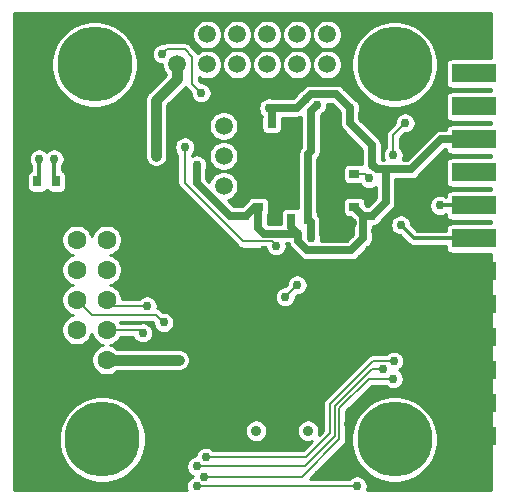
<source format=gbl>
G04 #@! TF.GenerationSoftware,KiCad,Pcbnew,(5.1.0-9-gc61ec8ee3)*
G04 #@! TF.CreationDate,2019-03-28T20:20:23-04:00*
G04 #@! TF.ProjectId,MPG_PSoC,4d50475f-5053-46f4-932e-6b696361645f,rev?*
G04 #@! TF.SameCoordinates,Original*
G04 #@! TF.FileFunction,Copper,L2,Bot*
G04 #@! TF.FilePolarity,Positive*
%FSLAX46Y46*%
G04 Gerber Fmt 4.6, Leading zero omitted, Abs format (unit mm)*
G04 Created by KiCad (PCBNEW (5.1.0-9-gc61ec8ee3)) date 2019-03-28 20:20:23*
%MOMM*%
%LPD*%
G04 APERTURE LIST*
%ADD10C,6.350000*%
%ADD11R,0.900000X0.700000*%
%ADD12R,0.700000X0.900000*%
%ADD13R,1.600000X1.600000*%
%ADD14C,1.600000*%
%ADD15C,0.899160*%
%ADD16R,3.810000X1.524000*%
%ADD17C,1.500000*%
%ADD18C,0.762000*%
%ADD19C,0.635000*%
%ADD20C,0.889000*%
%ADD21C,0.203200*%
%ADD22C,0.304800*%
%ADD23C,0.254000*%
G04 APERTURE END LIST*
D10*
X160020000Y-101600000D03*
X160020000Y-69850000D03*
X135255000Y-101600000D03*
X134620000Y-69850000D03*
D11*
X156591000Y-81903000D03*
X156591000Y-80403000D03*
D12*
X151106000Y-74803000D03*
X149606000Y-74803000D03*
D11*
X156591000Y-79121000D03*
X156591000Y-77621000D03*
X148463000Y-80415000D03*
X148463000Y-81915000D03*
D12*
X152920000Y-74803000D03*
X154420000Y-74803000D03*
X154154000Y-82931000D03*
X152654000Y-82931000D03*
D13*
X133096000Y-94869000D03*
D14*
X135636000Y-94869000D03*
X133096000Y-92329000D03*
X135636000Y-92329000D03*
X133096000Y-89789000D03*
X135636000Y-89789000D03*
X133096000Y-87249000D03*
X135636000Y-87249000D03*
X133096000Y-84709000D03*
X135636000Y-84709000D03*
D15*
X148297900Y-100863400D03*
X152694640Y-100863400D03*
D16*
X166751000Y-98552000D03*
X166751000Y-95758000D03*
X166751000Y-92964000D03*
X166751000Y-90170000D03*
X166751000Y-87376000D03*
X166751000Y-84582000D03*
X166751000Y-81788000D03*
X166751000Y-78994000D03*
X166751000Y-76200000D03*
X166751000Y-73406000D03*
X166751000Y-70612000D03*
X166751000Y-101346000D03*
D17*
X144145000Y-69850000D03*
X144145000Y-67310000D03*
X146685000Y-69850000D03*
X146685000Y-67310000D03*
X149225000Y-69850000D03*
X149225000Y-67310000D03*
X151765000Y-69850000D03*
X151765000Y-67310000D03*
X154305000Y-69850000D03*
X154305000Y-67310000D03*
D12*
X129756000Y-79756000D03*
X131356000Y-79756000D03*
X151245000Y-82931000D03*
X149745000Y-82931000D03*
D17*
X141605000Y-69850000D03*
X141605000Y-67310000D03*
X145542000Y-75057000D03*
X145542000Y-77597000D03*
X145542000Y-80137000D03*
D18*
X153543000Y-104648000D03*
X154305000Y-80772000D03*
X150368000Y-78359000D03*
X154305000Y-78232000D03*
X154305000Y-79502000D03*
X162306000Y-85471000D03*
X147320000Y-77216000D03*
X147320000Y-78486000D03*
X128651000Y-72390000D03*
X129921000Y-72390000D03*
X131191000Y-72390000D03*
X135255000Y-75057000D03*
X138557000Y-79883000D03*
X141986000Y-72771000D03*
X152781000Y-96266000D03*
X151384000Y-96266000D03*
X150368000Y-79502000D03*
X150749000Y-76454000D03*
X154305000Y-76708000D03*
X157861000Y-85598000D03*
X145034000Y-86360000D03*
X144017984Y-90804984D03*
X156337002Y-84201000D03*
X149606000Y-88392000D03*
X152527000Y-87376000D03*
X148971000Y-85598000D03*
X154432000Y-91059000D03*
X141732000Y-96901000D03*
X144272000Y-99441000D03*
X141605000Y-100076000D03*
X145415000Y-101981000D03*
X146939000Y-101981000D03*
X158115000Y-91059000D03*
X137922000Y-98171000D03*
X162687000Y-93599000D03*
X137922000Y-96520000D03*
X162687000Y-91059000D03*
X158115000Y-93599000D03*
X156972000Y-104394000D03*
X150368000Y-80899000D03*
X156464000Y-83312000D03*
X158369000Y-83947000D03*
X155067000Y-87376000D03*
X130175000Y-99441000D03*
X135001000Y-81153000D03*
X137795000Y-82804000D03*
X137795000Y-75057000D03*
X141605000Y-88900000D03*
X151638000Y-102108000D03*
X149352000Y-102108000D03*
X156845000Y-98806000D03*
X156083000Y-100330000D03*
X144272000Y-97663000D03*
X143764000Y-76327000D03*
X142875000Y-81788000D03*
X151853975Y-84173494D03*
X158115000Y-82677000D03*
X158115000Y-78359000D03*
X156210000Y-73533000D03*
X152527000Y-72771000D03*
X149354517Y-73520414D03*
X141732000Y-94869000D03*
X139827000Y-77597000D03*
X147447000Y-82677028D03*
X143256000Y-78359000D03*
X157861000Y-79502000D03*
X152908000Y-84582000D03*
X153416000Y-73278978D03*
X143891000Y-104775008D03*
X159905494Y-96443387D03*
X143246596Y-105559564D03*
X138684008Y-92583000D03*
X156845000Y-105537000D03*
X144018000Y-103124012D03*
X140462020Y-91694000D03*
X159948534Y-94970564D03*
X143256006Y-103886000D03*
X139065000Y-90297000D03*
X159004000Y-95630974D03*
X131191000Y-77851000D03*
X129921000Y-77851000D03*
X160528000Y-83439000D03*
X163830000Y-81788000D03*
X159893000Y-77527400D03*
X160909000Y-74803000D03*
X150749000Y-89535000D03*
X151767898Y-88516305D03*
X149987000Y-85217000D03*
X142240000Y-76835012D03*
X140335000Y-68961000D03*
X143637000Y-72263000D03*
D19*
X151257000Y-83576519D02*
X151853975Y-84173494D01*
X151245000Y-82931000D02*
X151257000Y-82931000D01*
X151257000Y-82931000D02*
X151257000Y-83576519D01*
X157365000Y-82677000D02*
X156591000Y-81903000D01*
X158115000Y-82677000D02*
X157365000Y-82677000D01*
X166751000Y-76200000D02*
X163957000Y-76200000D01*
X158495999Y-78739999D02*
X158115000Y-78359000D01*
X163957000Y-76200000D02*
X161417001Y-78739999D01*
D20*
X141732000Y-94869000D02*
X135636000Y-94869000D01*
D19*
X152527000Y-72771000D02*
X152908000Y-72390000D01*
X155067000Y-72390000D02*
X156210000Y-73533000D01*
X152908000Y-72390000D02*
X155067000Y-72390000D01*
X157353000Y-82677000D02*
X158115000Y-82677000D01*
X157353000Y-84582000D02*
X157353000Y-82677000D01*
X156337000Y-85598000D02*
X157353000Y-84582000D01*
X152627074Y-85598000D02*
X156337000Y-85598000D01*
X151853975Y-84173494D02*
X151853975Y-84824901D01*
X151853975Y-84824901D02*
X152627074Y-85598000D01*
X151853975Y-84173494D02*
X148943494Y-84173494D01*
X148463000Y-83693000D02*
X148463000Y-81915000D01*
X148943494Y-84173494D02*
X148463000Y-83693000D01*
X149606000Y-73771897D02*
X149354517Y-73520414D01*
X149606000Y-74803000D02*
X149606000Y-73771897D01*
X151777586Y-73520414D02*
X149354517Y-73520414D01*
X152527000Y-72771000D02*
X151777586Y-73520414D01*
X158115000Y-82677000D02*
X159258000Y-81534000D01*
X161417001Y-78739999D02*
X159512001Y-78739999D01*
X159258000Y-78994000D02*
X159512001Y-78739999D01*
X159258000Y-81534000D02*
X159258000Y-78994000D01*
X159512001Y-78739999D02*
X158495999Y-78739999D01*
X158115000Y-77820185D02*
X158115000Y-78359000D01*
X158115000Y-76708000D02*
X158115000Y-77820185D01*
X156210000Y-73533000D02*
X156210000Y-74803000D01*
X156210000Y-74803000D02*
X158115000Y-76708000D01*
D20*
X139827000Y-77597000D02*
X139827000Y-72898000D01*
X141605000Y-71120000D02*
X141605000Y-69850000D01*
X139827000Y-72898000D02*
X141605000Y-71120000D01*
D19*
X147827999Y-82296029D02*
X147447000Y-82677028D01*
X148209028Y-81915000D02*
X147827999Y-82296029D01*
X148463000Y-81915000D02*
X148209028Y-81915000D01*
X147447000Y-82677028D02*
X146050028Y-82677028D01*
X143256000Y-78897815D02*
X143256000Y-78359000D01*
X143256000Y-79883000D02*
X143256000Y-78897815D01*
X146050028Y-82677028D02*
X143256000Y-79883000D01*
D21*
X157480001Y-79121001D02*
X157861000Y-79502000D01*
X156591000Y-79121000D02*
X157480001Y-79121001D01*
D19*
X152920000Y-73774978D02*
X153416000Y-73278978D01*
X152920000Y-74803000D02*
X152920000Y-73774978D01*
X152908000Y-83185000D02*
X152908000Y-84582000D01*
X152654000Y-82931000D02*
X152908000Y-83185000D01*
X152920000Y-75888000D02*
X152920000Y-74803000D01*
X152920000Y-77204000D02*
X152920000Y-75888000D01*
X152654000Y-82931000D02*
X152654000Y-77470000D01*
X152654000Y-77470000D02*
X152920000Y-77204000D01*
D21*
X155321000Y-101600000D02*
X155321000Y-98933000D01*
X143891000Y-104775008D02*
X152145992Y-104775008D01*
X152145992Y-104775008D02*
X155321000Y-101600000D01*
X155321000Y-98933000D02*
X157810613Y-96443387D01*
X159366679Y-96443387D02*
X159905494Y-96443387D01*
X157810613Y-96443387D02*
X159366679Y-96443387D01*
X138430008Y-92329000D02*
X138684008Y-92583000D01*
X135636000Y-92329000D02*
X138430008Y-92329000D01*
X143246596Y-105559564D02*
X156822436Y-105559564D01*
X156822436Y-105559564D02*
X156845000Y-105537000D01*
X134366001Y-91059001D02*
X139827021Y-91059001D01*
X139827021Y-91059001D02*
X140081021Y-91313001D01*
X140081021Y-91313001D02*
X140462020Y-91694000D01*
X133096000Y-89789000D02*
X134366001Y-91059001D01*
X154558978Y-98617362D02*
X158205776Y-94970564D01*
X152526988Y-103124012D02*
X154558978Y-101092022D01*
X154558978Y-101092022D02*
X154558978Y-98617362D01*
X158205776Y-94970564D02*
X159409719Y-94970564D01*
X159409719Y-94970564D02*
X159948534Y-94970564D01*
X144018000Y-103124012D02*
X152526988Y-103124012D01*
X136144000Y-90297000D02*
X135636000Y-89789000D01*
X139065000Y-90297000D02*
X136144000Y-90297000D01*
X158465185Y-95630974D02*
X159004000Y-95630974D01*
X158084196Y-95630974D02*
X158465185Y-95630974D01*
X154939989Y-98775181D02*
X158084196Y-95630974D01*
X154939989Y-101346011D02*
X154939989Y-98775181D01*
X143256006Y-103886000D02*
X152400000Y-103886000D01*
X152400000Y-103886000D02*
X154939989Y-101346011D01*
D22*
X131191000Y-79591000D02*
X131191000Y-77851000D01*
X131356000Y-79756000D02*
X131191000Y-79591000D01*
X129921000Y-79591000D02*
X129921000Y-77851000D01*
X129756000Y-79756000D02*
X129921000Y-79591000D01*
X160908999Y-83819999D02*
X160528000Y-83439000D01*
X161671000Y-84582000D02*
X160908999Y-83819999D01*
X166751000Y-84582000D02*
X161671000Y-84582000D01*
X163830000Y-81788000D02*
X166751000Y-81788000D01*
D21*
X160528001Y-75183999D02*
X160909000Y-74803000D01*
X159893000Y-75819000D02*
X160528001Y-75183999D01*
X159893000Y-77527400D02*
X159893000Y-75819000D01*
X150749203Y-89535000D02*
X150749000Y-89535000D01*
X151767898Y-88516305D02*
X150749203Y-89535000D01*
X142240000Y-77373827D02*
X142240000Y-76835012D01*
X142240000Y-79883000D02*
X142240000Y-77373827D01*
X147193001Y-84836001D02*
X142240000Y-79883000D01*
X149987000Y-85217000D02*
X149606001Y-84836001D01*
X149606001Y-84836001D02*
X147193001Y-84836001D01*
X142875000Y-69215000D02*
X142240001Y-68580001D01*
X142240001Y-68580001D02*
X140715999Y-68580001D01*
X140715999Y-68580001D02*
X140335000Y-68961000D01*
X142875000Y-71501000D02*
X142875000Y-69215000D01*
X143637000Y-72263000D02*
X142875000Y-71501000D01*
D23*
G36*
X168148000Y-69339543D02*
G01*
X164846000Y-69339543D01*
X164746415Y-69349351D01*
X164650657Y-69378399D01*
X164562405Y-69425571D01*
X164485052Y-69489052D01*
X164421571Y-69566405D01*
X164374399Y-69654657D01*
X164345351Y-69750415D01*
X164335543Y-69850000D01*
X164335543Y-71374000D01*
X164345351Y-71473585D01*
X164374399Y-71569343D01*
X164421571Y-71657595D01*
X164485052Y-71734948D01*
X164562405Y-71798429D01*
X164650657Y-71845601D01*
X164746415Y-71874649D01*
X164846000Y-71884457D01*
X168148000Y-71884457D01*
X168148000Y-72133543D01*
X164846000Y-72133543D01*
X164746415Y-72143351D01*
X164650657Y-72172399D01*
X164562405Y-72219571D01*
X164485052Y-72283052D01*
X164421571Y-72360405D01*
X164374399Y-72448657D01*
X164345351Y-72544415D01*
X164335543Y-72644000D01*
X164335543Y-74168000D01*
X164345351Y-74267585D01*
X164374399Y-74363343D01*
X164421571Y-74451595D01*
X164485052Y-74528948D01*
X164562405Y-74592429D01*
X164650657Y-74639601D01*
X164746415Y-74668649D01*
X164846000Y-74678457D01*
X168148000Y-74678457D01*
X168148000Y-74927543D01*
X164846000Y-74927543D01*
X164746415Y-74937351D01*
X164650657Y-74966399D01*
X164562405Y-75013571D01*
X164485052Y-75077052D01*
X164421571Y-75154405D01*
X164374399Y-75242657D01*
X164345351Y-75338415D01*
X164341797Y-75374500D01*
X163997550Y-75374500D01*
X163956999Y-75370506D01*
X163916449Y-75374500D01*
X163916447Y-75374500D01*
X163795174Y-75386444D01*
X163639566Y-75433647D01*
X163496157Y-75510301D01*
X163434596Y-75560823D01*
X163370459Y-75613459D01*
X163344606Y-75644961D01*
X161075069Y-77914499D01*
X160694904Y-77914499D01*
X160747836Y-77786712D01*
X160782000Y-77614959D01*
X160782000Y-77439841D01*
X160747836Y-77268088D01*
X160680821Y-77106301D01*
X160583531Y-76960696D01*
X160502600Y-76879765D01*
X160502600Y-76071503D01*
X160882104Y-75692000D01*
X160996559Y-75692000D01*
X161168312Y-75657836D01*
X161330099Y-75590821D01*
X161475704Y-75493531D01*
X161599531Y-75369704D01*
X161696821Y-75224099D01*
X161763836Y-75062312D01*
X161798000Y-74890559D01*
X161798000Y-74715441D01*
X161763836Y-74543688D01*
X161696821Y-74381901D01*
X161599531Y-74236296D01*
X161475704Y-74112469D01*
X161330099Y-74015179D01*
X161168312Y-73948164D01*
X160996559Y-73914000D01*
X160821441Y-73914000D01*
X160649688Y-73948164D01*
X160487901Y-74015179D01*
X160342296Y-74112469D01*
X160218469Y-74236296D01*
X160121179Y-74381901D01*
X160054164Y-74543688D01*
X160020000Y-74715441D01*
X160020000Y-74829896D01*
X159483127Y-75366770D01*
X159459863Y-75385862D01*
X159408587Y-75448343D01*
X159383685Y-75478686D01*
X159327080Y-75584588D01*
X159292221Y-75699498D01*
X159280451Y-75819000D01*
X159283401Y-75848951D01*
X159283400Y-76879765D01*
X159202469Y-76960696D01*
X159105179Y-77106301D01*
X159038164Y-77268088D01*
X159004000Y-77439841D01*
X159004000Y-77614959D01*
X159038164Y-77786712D01*
X159091096Y-77914499D01*
X158940500Y-77914499D01*
X158940500Y-76748550D01*
X158944494Y-76708000D01*
X158940500Y-76667447D01*
X158928556Y-76546174D01*
X158881353Y-76390566D01*
X158840962Y-76315000D01*
X158804699Y-76247157D01*
X158727392Y-76152958D01*
X158727389Y-76152955D01*
X158701541Y-76121459D01*
X158670046Y-76095612D01*
X157035500Y-74461068D01*
X157035500Y-73863135D01*
X157064836Y-73792312D01*
X157099000Y-73620559D01*
X157099000Y-73445441D01*
X157064836Y-73273688D01*
X156997821Y-73111901D01*
X156900531Y-72966296D01*
X156776704Y-72842469D01*
X156631099Y-72745179D01*
X156560275Y-72715843D01*
X155679398Y-71834966D01*
X155653541Y-71803459D01*
X155527842Y-71700301D01*
X155384434Y-71623647D01*
X155228826Y-71576444D01*
X155107553Y-71564500D01*
X155107550Y-71564500D01*
X155067000Y-71560506D01*
X155026450Y-71564500D01*
X152948542Y-71564500D01*
X152907999Y-71560507D01*
X152867456Y-71564500D01*
X152867447Y-71564500D01*
X152746174Y-71576444D01*
X152590566Y-71623647D01*
X152447158Y-71700301D01*
X152321459Y-71803459D01*
X152295602Y-71834966D01*
X152176726Y-71953842D01*
X152105901Y-71983179D01*
X151960296Y-72080469D01*
X151836469Y-72204296D01*
X151739179Y-72349901D01*
X151709843Y-72420725D01*
X151435654Y-72694914D01*
X149684652Y-72694914D01*
X149613829Y-72665578D01*
X149442076Y-72631414D01*
X149266958Y-72631414D01*
X149095205Y-72665578D01*
X148933418Y-72732593D01*
X148787813Y-72829883D01*
X148663986Y-72953710D01*
X148566696Y-73099315D01*
X148499681Y-73261102D01*
X148465517Y-73432855D01*
X148465517Y-73607973D01*
X148499681Y-73779726D01*
X148566696Y-73941513D01*
X148663986Y-74087118D01*
X148772791Y-74195923D01*
X148755351Y-74253415D01*
X148745543Y-74353000D01*
X148745543Y-75253000D01*
X148755351Y-75352585D01*
X148784399Y-75448343D01*
X148831571Y-75536595D01*
X148895052Y-75613948D01*
X148972405Y-75677429D01*
X149060657Y-75724601D01*
X149156415Y-75753649D01*
X149256000Y-75763457D01*
X149956000Y-75763457D01*
X150055585Y-75753649D01*
X150151343Y-75724601D01*
X150239595Y-75677429D01*
X150316948Y-75613948D01*
X150380429Y-75536595D01*
X150427601Y-75448343D01*
X150456649Y-75352585D01*
X150466457Y-75253000D01*
X150466457Y-74353000D01*
X150465759Y-74345914D01*
X151737036Y-74345914D01*
X151777586Y-74349908D01*
X151818136Y-74345914D01*
X151818139Y-74345914D01*
X151939412Y-74333970D01*
X152065175Y-74295820D01*
X152059543Y-74353000D01*
X152059543Y-75253000D01*
X152069351Y-75352585D01*
X152094500Y-75435491D01*
X152094500Y-75928552D01*
X152094501Y-75928562D01*
X152094500Y-76861268D01*
X152067460Y-76883459D01*
X152041609Y-76914959D01*
X151964301Y-77009158D01*
X151887647Y-77152567D01*
X151840445Y-77308174D01*
X151824506Y-77470000D01*
X151828501Y-77510560D01*
X151828500Y-82029795D01*
X151790343Y-82009399D01*
X151694585Y-81980351D01*
X151595000Y-81970543D01*
X150895000Y-81970543D01*
X150795415Y-81980351D01*
X150699657Y-82009399D01*
X150611405Y-82056571D01*
X150534052Y-82120052D01*
X150470571Y-82197405D01*
X150423399Y-82285657D01*
X150394351Y-82381415D01*
X150384543Y-82481000D01*
X150384543Y-83347994D01*
X149288500Y-83347994D01*
X149288500Y-82608216D01*
X149337429Y-82548595D01*
X149384601Y-82460343D01*
X149413649Y-82364585D01*
X149423457Y-82265000D01*
X149423457Y-81565000D01*
X149413649Y-81465415D01*
X149384601Y-81369657D01*
X149337429Y-81281405D01*
X149273948Y-81204052D01*
X149196595Y-81140571D01*
X149108343Y-81093399D01*
X149012585Y-81064351D01*
X148913000Y-81054543D01*
X148013000Y-81054543D01*
X147913415Y-81064351D01*
X147817657Y-81093399D01*
X147729405Y-81140571D01*
X147652052Y-81204052D01*
X147588571Y-81281405D01*
X147541399Y-81369657D01*
X147521569Y-81435027D01*
X147105068Y-81851528D01*
X146391961Y-81851528D01*
X145890715Y-81350282D01*
X145908945Y-81346656D01*
X146137886Y-81251825D01*
X146343928Y-81114152D01*
X146519152Y-80938928D01*
X146656825Y-80732886D01*
X146751656Y-80503945D01*
X146800000Y-80260902D01*
X146800000Y-80013098D01*
X146751656Y-79770055D01*
X146656825Y-79541114D01*
X146519152Y-79335072D01*
X146343928Y-79159848D01*
X146137886Y-79022175D01*
X145908945Y-78927344D01*
X145665902Y-78879000D01*
X145418098Y-78879000D01*
X145175055Y-78927344D01*
X144946114Y-79022175D01*
X144740072Y-79159848D01*
X144564848Y-79335072D01*
X144427175Y-79541114D01*
X144332344Y-79770055D01*
X144328718Y-79788286D01*
X144081500Y-79541068D01*
X144081500Y-78689135D01*
X144110836Y-78618312D01*
X144145000Y-78446559D01*
X144145000Y-78271441D01*
X144110836Y-78099688D01*
X144043821Y-77937901D01*
X143946531Y-77792296D01*
X143822704Y-77668469D01*
X143677099Y-77571179D01*
X143515312Y-77504164D01*
X143359134Y-77473098D01*
X144284000Y-77473098D01*
X144284000Y-77720902D01*
X144332344Y-77963945D01*
X144427175Y-78192886D01*
X144564848Y-78398928D01*
X144740072Y-78574152D01*
X144946114Y-78711825D01*
X145175055Y-78806656D01*
X145418098Y-78855000D01*
X145665902Y-78855000D01*
X145908945Y-78806656D01*
X146137886Y-78711825D01*
X146343928Y-78574152D01*
X146519152Y-78398928D01*
X146656825Y-78192886D01*
X146751656Y-77963945D01*
X146800000Y-77720902D01*
X146800000Y-77473098D01*
X146751656Y-77230055D01*
X146656825Y-77001114D01*
X146519152Y-76795072D01*
X146343928Y-76619848D01*
X146137886Y-76482175D01*
X145908945Y-76387344D01*
X145665902Y-76339000D01*
X145418098Y-76339000D01*
X145175055Y-76387344D01*
X144946114Y-76482175D01*
X144740072Y-76619848D01*
X144564848Y-76795072D01*
X144427175Y-77001114D01*
X144332344Y-77230055D01*
X144284000Y-77473098D01*
X143359134Y-77473098D01*
X143343559Y-77470000D01*
X143168441Y-77470000D01*
X142996688Y-77504164D01*
X142849600Y-77565090D01*
X142849600Y-77482647D01*
X142930531Y-77401716D01*
X143027821Y-77256111D01*
X143094836Y-77094324D01*
X143129000Y-76922571D01*
X143129000Y-76747453D01*
X143094836Y-76575700D01*
X143027821Y-76413913D01*
X142930531Y-76268308D01*
X142806704Y-76144481D01*
X142661099Y-76047191D01*
X142499312Y-75980176D01*
X142327559Y-75946012D01*
X142152441Y-75946012D01*
X141980688Y-75980176D01*
X141818901Y-76047191D01*
X141673296Y-76144481D01*
X141549469Y-76268308D01*
X141452179Y-76413913D01*
X141385164Y-76575700D01*
X141351000Y-76747453D01*
X141351000Y-76922571D01*
X141385164Y-77094324D01*
X141452179Y-77256111D01*
X141549469Y-77401716D01*
X141630401Y-77482648D01*
X141630400Y-79853058D01*
X141627451Y-79883000D01*
X141639221Y-80002502D01*
X141649090Y-80035035D01*
X141674079Y-80117411D01*
X141730684Y-80223313D01*
X141806862Y-80316138D01*
X141830132Y-80335235D01*
X146740770Y-85245874D01*
X146759863Y-85269139D01*
X146852687Y-85345317D01*
X146958589Y-85401922D01*
X147038640Y-85426206D01*
X147073498Y-85436780D01*
X147193000Y-85448550D01*
X147222942Y-85445601D01*
X149126055Y-85445601D01*
X149132164Y-85476312D01*
X149199179Y-85638099D01*
X149296469Y-85783704D01*
X149420296Y-85907531D01*
X149565901Y-86004821D01*
X149727688Y-86071836D01*
X149899441Y-86106000D01*
X150074559Y-86106000D01*
X150246312Y-86071836D01*
X150408099Y-86004821D01*
X150553704Y-85907531D01*
X150677531Y-85783704D01*
X150774821Y-85638099D01*
X150841836Y-85476312D01*
X150876000Y-85304559D01*
X150876000Y-85129441D01*
X150850052Y-84998994D01*
X151044140Y-84998994D01*
X151057442Y-85042842D01*
X151087622Y-85142334D01*
X151164276Y-85285743D01*
X151212087Y-85344000D01*
X151267435Y-85411442D01*
X151298936Y-85437294D01*
X152014680Y-86153039D01*
X152040533Y-86184541D01*
X152099593Y-86233010D01*
X152166231Y-86287699D01*
X152309640Y-86364353D01*
X152465248Y-86411556D01*
X152586521Y-86423500D01*
X152586523Y-86423500D01*
X152627073Y-86427494D01*
X152667624Y-86423500D01*
X156296450Y-86423500D01*
X156337000Y-86427494D01*
X156377550Y-86423500D01*
X156377553Y-86423500D01*
X156498826Y-86411556D01*
X156654434Y-86364353D01*
X156797842Y-86287699D01*
X156923541Y-86184541D01*
X156949398Y-86153034D01*
X157908040Y-85194393D01*
X157939541Y-85168541D01*
X158018843Y-85071911D01*
X158042699Y-85042843D01*
X158119353Y-84899434D01*
X158130094Y-84864025D01*
X158166556Y-84743826D01*
X158178500Y-84622553D01*
X158178500Y-84622551D01*
X158182494Y-84582000D01*
X158178500Y-84541450D01*
X158178500Y-83566000D01*
X158202559Y-83566000D01*
X158374312Y-83531836D01*
X158536099Y-83464821D01*
X158681704Y-83367531D01*
X158805531Y-83243704D01*
X158902821Y-83098099D01*
X158932158Y-83027274D01*
X159813040Y-82146392D01*
X159844541Y-82120541D01*
X159909041Y-82041947D01*
X159947699Y-81994843D01*
X160024353Y-81851434D01*
X160043595Y-81788000D01*
X160071556Y-81695826D01*
X160083500Y-81574553D01*
X160083500Y-81574551D01*
X160087494Y-81534001D01*
X160083500Y-81493450D01*
X160083500Y-79565499D01*
X161376451Y-79565499D01*
X161417001Y-79569493D01*
X161457551Y-79565499D01*
X161457554Y-79565499D01*
X161578827Y-79553555D01*
X161734435Y-79506352D01*
X161877843Y-79429698D01*
X162003542Y-79326540D01*
X162029399Y-79295033D01*
X164298933Y-77025500D01*
X164341797Y-77025500D01*
X164345351Y-77061585D01*
X164374399Y-77157343D01*
X164421571Y-77245595D01*
X164485052Y-77322948D01*
X164562405Y-77386429D01*
X164650657Y-77433601D01*
X164746415Y-77462649D01*
X164846000Y-77472457D01*
X168148000Y-77472457D01*
X168148000Y-77721543D01*
X164846000Y-77721543D01*
X164746415Y-77731351D01*
X164650657Y-77760399D01*
X164562405Y-77807571D01*
X164485052Y-77871052D01*
X164421571Y-77948405D01*
X164374399Y-78036657D01*
X164345351Y-78132415D01*
X164335543Y-78232000D01*
X164335543Y-79756000D01*
X164345351Y-79855585D01*
X164374399Y-79951343D01*
X164421571Y-80039595D01*
X164485052Y-80116948D01*
X164562405Y-80180429D01*
X164650657Y-80227601D01*
X164746415Y-80256649D01*
X164846000Y-80266457D01*
X168148000Y-80266457D01*
X168148000Y-80515543D01*
X164846000Y-80515543D01*
X164746415Y-80525351D01*
X164650657Y-80554399D01*
X164562405Y-80601571D01*
X164485052Y-80665052D01*
X164421571Y-80742405D01*
X164374399Y-80830657D01*
X164345351Y-80926415D01*
X164335543Y-81026000D01*
X164335543Y-81056603D01*
X164251099Y-81000179D01*
X164089312Y-80933164D01*
X163917559Y-80899000D01*
X163742441Y-80899000D01*
X163570688Y-80933164D01*
X163408901Y-81000179D01*
X163263296Y-81097469D01*
X163139469Y-81221296D01*
X163042179Y-81366901D01*
X162975164Y-81528688D01*
X162941000Y-81700441D01*
X162941000Y-81875559D01*
X162975164Y-82047312D01*
X163042179Y-82209099D01*
X163139469Y-82354704D01*
X163263296Y-82478531D01*
X163408901Y-82575821D01*
X163570688Y-82642836D01*
X163742441Y-82677000D01*
X163917559Y-82677000D01*
X164089312Y-82642836D01*
X164251099Y-82575821D01*
X164335543Y-82519397D01*
X164335543Y-82550000D01*
X164345351Y-82649585D01*
X164374399Y-82745343D01*
X164421571Y-82833595D01*
X164485052Y-82910948D01*
X164562405Y-82974429D01*
X164650657Y-83021601D01*
X164746415Y-83050649D01*
X164846000Y-83060457D01*
X168148000Y-83060457D01*
X168148000Y-83309543D01*
X164846000Y-83309543D01*
X164746415Y-83319351D01*
X164650657Y-83348399D01*
X164562405Y-83395571D01*
X164485052Y-83459052D01*
X164421571Y-83536405D01*
X164374399Y-83624657D01*
X164345351Y-83720415D01*
X164335543Y-83820000D01*
X164335543Y-83921600D01*
X161944547Y-83921600D01*
X161417000Y-83394054D01*
X161417000Y-83351441D01*
X161382836Y-83179688D01*
X161315821Y-83017901D01*
X161218531Y-82872296D01*
X161094704Y-82748469D01*
X160949099Y-82651179D01*
X160787312Y-82584164D01*
X160615559Y-82550000D01*
X160440441Y-82550000D01*
X160268688Y-82584164D01*
X160106901Y-82651179D01*
X159961296Y-82748469D01*
X159837469Y-82872296D01*
X159740179Y-83017901D01*
X159673164Y-83179688D01*
X159639000Y-83351441D01*
X159639000Y-83526559D01*
X159673164Y-83698312D01*
X159740179Y-83860099D01*
X159837469Y-84005704D01*
X159961296Y-84129531D01*
X160106901Y-84226821D01*
X160268688Y-84293836D01*
X160440441Y-84328000D01*
X160483054Y-84328000D01*
X161181086Y-85026033D01*
X161201767Y-85051233D01*
X161302326Y-85133759D01*
X161417053Y-85195082D01*
X161541539Y-85232844D01*
X161670999Y-85245595D01*
X161703438Y-85242400D01*
X164335543Y-85242400D01*
X164335543Y-85344000D01*
X164345351Y-85443585D01*
X164374399Y-85539343D01*
X164421571Y-85627595D01*
X164485052Y-85704948D01*
X164562405Y-85768429D01*
X164650657Y-85815601D01*
X164746415Y-85844649D01*
X164846000Y-85854457D01*
X168148000Y-85854457D01*
X168148000Y-105918000D01*
X157649431Y-105918000D01*
X157699836Y-105796312D01*
X157734000Y-105624559D01*
X157734000Y-105449441D01*
X157699836Y-105277688D01*
X157632821Y-105115901D01*
X157535531Y-104970296D01*
X157411704Y-104846469D01*
X157266099Y-104749179D01*
X157104312Y-104682164D01*
X156932559Y-104648000D01*
X156757441Y-104648000D01*
X156585688Y-104682164D01*
X156423901Y-104749179D01*
X156278296Y-104846469D01*
X156174801Y-104949964D01*
X152833139Y-104949964D01*
X155730880Y-102052225D01*
X155754138Y-102033138D01*
X155830316Y-101940314D01*
X155886921Y-101834412D01*
X155921779Y-101719502D01*
X155930600Y-101629941D01*
X155930600Y-101629940D01*
X155933549Y-101600001D01*
X155930600Y-101570062D01*
X155930600Y-101237256D01*
X156337000Y-101237256D01*
X156337000Y-101962744D01*
X156478536Y-102674291D01*
X156756168Y-103344554D01*
X157159227Y-103947775D01*
X157672225Y-104460773D01*
X158275446Y-104863832D01*
X158945709Y-105141464D01*
X159657256Y-105283000D01*
X160382744Y-105283000D01*
X161094291Y-105141464D01*
X161764554Y-104863832D01*
X162367775Y-104460773D01*
X162880773Y-103947775D01*
X163283832Y-103344554D01*
X163561464Y-102674291D01*
X163703000Y-101962744D01*
X163703000Y-101237256D01*
X163561464Y-100525709D01*
X163283832Y-99855446D01*
X162880773Y-99252225D01*
X162367775Y-98739227D01*
X161764554Y-98336168D01*
X161094291Y-98058536D01*
X160382744Y-97917000D01*
X159657256Y-97917000D01*
X158945709Y-98058536D01*
X158275446Y-98336168D01*
X157672225Y-98739227D01*
X157159227Y-99252225D01*
X156756168Y-99855446D01*
X156478536Y-100525709D01*
X156337000Y-101237256D01*
X155930600Y-101237256D01*
X155930600Y-99185503D01*
X158063118Y-97052987D01*
X159257859Y-97052987D01*
X159338790Y-97133918D01*
X159484395Y-97231208D01*
X159646182Y-97298223D01*
X159817935Y-97332387D01*
X159993053Y-97332387D01*
X160164806Y-97298223D01*
X160326593Y-97231208D01*
X160472198Y-97133918D01*
X160596025Y-97010091D01*
X160693315Y-96864486D01*
X160760330Y-96702699D01*
X160794494Y-96530946D01*
X160794494Y-96355828D01*
X160760330Y-96184075D01*
X160693315Y-96022288D01*
X160596025Y-95876683D01*
X160472198Y-95752856D01*
X160425053Y-95721355D01*
X160515238Y-95661095D01*
X160639065Y-95537268D01*
X160736355Y-95391663D01*
X160803370Y-95229876D01*
X160837534Y-95058123D01*
X160837534Y-94883005D01*
X160803370Y-94711252D01*
X160736355Y-94549465D01*
X160639065Y-94403860D01*
X160515238Y-94280033D01*
X160369633Y-94182743D01*
X160207846Y-94115728D01*
X160036093Y-94081564D01*
X159860975Y-94081564D01*
X159689222Y-94115728D01*
X159527435Y-94182743D01*
X159381830Y-94280033D01*
X159300899Y-94360964D01*
X158235714Y-94360964D01*
X158205775Y-94358015D01*
X158175836Y-94360964D01*
X158175835Y-94360964D01*
X158086274Y-94369785D01*
X157971364Y-94404643D01*
X157865462Y-94461248D01*
X157772638Y-94537426D01*
X157753545Y-94560691D01*
X154149105Y-98165132D01*
X154125841Y-98184224D01*
X154058841Y-98265865D01*
X154049663Y-98277048D01*
X153993058Y-98382950D01*
X153958199Y-98497860D01*
X153946429Y-98617362D01*
X153949379Y-98647313D01*
X153949378Y-100839518D01*
X153593669Y-101195227D01*
X153615420Y-101142716D01*
X153652220Y-100957713D01*
X153652220Y-100769087D01*
X153615420Y-100584084D01*
X153543236Y-100409816D01*
X153438441Y-100252979D01*
X153305061Y-100119599D01*
X153148224Y-100014804D01*
X152973956Y-99942620D01*
X152788953Y-99905820D01*
X152600327Y-99905820D01*
X152415324Y-99942620D01*
X152241056Y-100014804D01*
X152084219Y-100119599D01*
X151950839Y-100252979D01*
X151846044Y-100409816D01*
X151773860Y-100584084D01*
X151737060Y-100769087D01*
X151737060Y-100957713D01*
X151773860Y-101142716D01*
X151846044Y-101316984D01*
X151950839Y-101473821D01*
X152084219Y-101607201D01*
X152241056Y-101711996D01*
X152415324Y-101784180D01*
X152600327Y-101820980D01*
X152788953Y-101820980D01*
X152973956Y-101784180D01*
X153026467Y-101762429D01*
X152274485Y-102514412D01*
X144665635Y-102514412D01*
X144584704Y-102433481D01*
X144439099Y-102336191D01*
X144277312Y-102269176D01*
X144105559Y-102235012D01*
X143930441Y-102235012D01*
X143758688Y-102269176D01*
X143596901Y-102336191D01*
X143451296Y-102433481D01*
X143327469Y-102557308D01*
X143230179Y-102702913D01*
X143163164Y-102864700D01*
X143135546Y-103003544D01*
X142996694Y-103031164D01*
X142834907Y-103098179D01*
X142689302Y-103195469D01*
X142565475Y-103319296D01*
X142468185Y-103464901D01*
X142401170Y-103626688D01*
X142367006Y-103798441D01*
X142367006Y-103973559D01*
X142401170Y-104145312D01*
X142468185Y-104307099D01*
X142565475Y-104452704D01*
X142689302Y-104576531D01*
X142834907Y-104673821D01*
X142948403Y-104720833D01*
X142825497Y-104771743D01*
X142679892Y-104869033D01*
X142556065Y-104992860D01*
X142458775Y-105138465D01*
X142391760Y-105300252D01*
X142357596Y-105472005D01*
X142357596Y-105647123D01*
X142391760Y-105818876D01*
X142432819Y-105918000D01*
X127762000Y-105918000D01*
X127762000Y-101237256D01*
X131572000Y-101237256D01*
X131572000Y-101962744D01*
X131713536Y-102674291D01*
X131991168Y-103344554D01*
X132394227Y-103947775D01*
X132907225Y-104460773D01*
X133510446Y-104863832D01*
X134180709Y-105141464D01*
X134892256Y-105283000D01*
X135617744Y-105283000D01*
X136329291Y-105141464D01*
X136999554Y-104863832D01*
X137602775Y-104460773D01*
X138115773Y-103947775D01*
X138518832Y-103344554D01*
X138796464Y-102674291D01*
X138938000Y-101962744D01*
X138938000Y-101237256D01*
X138844876Y-100769087D01*
X147340320Y-100769087D01*
X147340320Y-100957713D01*
X147377120Y-101142716D01*
X147449304Y-101316984D01*
X147554099Y-101473821D01*
X147687479Y-101607201D01*
X147844316Y-101711996D01*
X148018584Y-101784180D01*
X148203587Y-101820980D01*
X148392213Y-101820980D01*
X148577216Y-101784180D01*
X148751484Y-101711996D01*
X148908321Y-101607201D01*
X149041701Y-101473821D01*
X149146496Y-101316984D01*
X149218680Y-101142716D01*
X149255480Y-100957713D01*
X149255480Y-100769087D01*
X149218680Y-100584084D01*
X149146496Y-100409816D01*
X149041701Y-100252979D01*
X148908321Y-100119599D01*
X148751484Y-100014804D01*
X148577216Y-99942620D01*
X148392213Y-99905820D01*
X148203587Y-99905820D01*
X148018584Y-99942620D01*
X147844316Y-100014804D01*
X147687479Y-100119599D01*
X147554099Y-100252979D01*
X147449304Y-100409816D01*
X147377120Y-100584084D01*
X147340320Y-100769087D01*
X138844876Y-100769087D01*
X138796464Y-100525709D01*
X138518832Y-99855446D01*
X138115773Y-99252225D01*
X137602775Y-98739227D01*
X136999554Y-98336168D01*
X136329291Y-98058536D01*
X135617744Y-97917000D01*
X134892256Y-97917000D01*
X134180709Y-98058536D01*
X133510446Y-98336168D01*
X132907225Y-98739227D01*
X132394227Y-99252225D01*
X131991168Y-99855446D01*
X131713536Y-100525709D01*
X131572000Y-101237256D01*
X127762000Y-101237256D01*
X127762000Y-84580173D01*
X131788000Y-84580173D01*
X131788000Y-84837827D01*
X131838266Y-85090530D01*
X131936865Y-85328570D01*
X132080010Y-85542801D01*
X132262199Y-85724990D01*
X132476430Y-85868135D01*
X132714470Y-85966734D01*
X132776135Y-85979000D01*
X132714470Y-85991266D01*
X132476430Y-86089865D01*
X132262199Y-86233010D01*
X132080010Y-86415199D01*
X131936865Y-86629430D01*
X131838266Y-86867470D01*
X131788000Y-87120173D01*
X131788000Y-87377827D01*
X131838266Y-87630530D01*
X131936865Y-87868570D01*
X132080010Y-88082801D01*
X132262199Y-88264990D01*
X132476430Y-88408135D01*
X132714470Y-88506734D01*
X132776135Y-88519000D01*
X132714470Y-88531266D01*
X132476430Y-88629865D01*
X132262199Y-88773010D01*
X132080010Y-88955199D01*
X131936865Y-89169430D01*
X131838266Y-89407470D01*
X131788000Y-89660173D01*
X131788000Y-89917827D01*
X131838266Y-90170530D01*
X131936865Y-90408570D01*
X132080010Y-90622801D01*
X132262199Y-90804990D01*
X132476430Y-90948135D01*
X132714470Y-91046734D01*
X132776135Y-91059000D01*
X132714470Y-91071266D01*
X132476430Y-91169865D01*
X132262199Y-91313010D01*
X132080010Y-91495199D01*
X131936865Y-91709430D01*
X131838266Y-91947470D01*
X131788000Y-92200173D01*
X131788000Y-92457827D01*
X131838266Y-92710530D01*
X131936865Y-92948570D01*
X132080010Y-93162801D01*
X132262199Y-93344990D01*
X132476430Y-93488135D01*
X132714470Y-93586734D01*
X132967173Y-93637000D01*
X133224827Y-93637000D01*
X133477530Y-93586734D01*
X133715570Y-93488135D01*
X133929801Y-93344990D01*
X134111990Y-93162801D01*
X134255135Y-92948570D01*
X134353734Y-92710530D01*
X134366000Y-92648865D01*
X134378266Y-92710530D01*
X134476865Y-92948570D01*
X134620010Y-93162801D01*
X134802199Y-93344990D01*
X135016430Y-93488135D01*
X135254470Y-93586734D01*
X135316135Y-93599000D01*
X135254470Y-93611266D01*
X135016430Y-93709865D01*
X134802199Y-93853010D01*
X134620010Y-94035199D01*
X134476865Y-94249430D01*
X134378266Y-94487470D01*
X134328000Y-94740173D01*
X134328000Y-94997827D01*
X134378266Y-95250530D01*
X134476865Y-95488570D01*
X134620010Y-95702801D01*
X134802199Y-95884990D01*
X135016430Y-96028135D01*
X135254470Y-96126734D01*
X135507173Y-96177000D01*
X135764827Y-96177000D01*
X136017530Y-96126734D01*
X136255570Y-96028135D01*
X136469801Y-95884990D01*
X136533291Y-95821500D01*
X141778785Y-95821500D01*
X141918723Y-95807717D01*
X142098269Y-95753252D01*
X142263741Y-95664806D01*
X142408778Y-95545778D01*
X142527806Y-95400741D01*
X142616252Y-95235269D01*
X142670717Y-95055723D01*
X142689108Y-94869000D01*
X142670717Y-94682277D01*
X142616252Y-94502731D01*
X142527806Y-94337259D01*
X142408778Y-94192222D01*
X142263741Y-94073194D01*
X142098269Y-93984748D01*
X141918723Y-93930283D01*
X141778785Y-93916500D01*
X136533291Y-93916500D01*
X136469801Y-93853010D01*
X136255570Y-93709865D01*
X136017530Y-93611266D01*
X135955865Y-93599000D01*
X136017530Y-93586734D01*
X136255570Y-93488135D01*
X136469801Y-93344990D01*
X136651990Y-93162801D01*
X136795135Y-92948570D01*
X136799265Y-92938600D01*
X137869056Y-92938600D01*
X137896187Y-93004099D01*
X137993477Y-93149704D01*
X138117304Y-93273531D01*
X138262909Y-93370821D01*
X138424696Y-93437836D01*
X138596449Y-93472000D01*
X138771567Y-93472000D01*
X138943320Y-93437836D01*
X139105107Y-93370821D01*
X139250712Y-93273531D01*
X139374539Y-93149704D01*
X139471829Y-93004099D01*
X139538844Y-92842312D01*
X139573008Y-92670559D01*
X139573008Y-92495441D01*
X139538844Y-92323688D01*
X139471829Y-92161901D01*
X139374539Y-92016296D01*
X139250712Y-91892469D01*
X139105107Y-91795179D01*
X138943320Y-91728164D01*
X138771567Y-91694000D01*
X138596449Y-91694000D01*
X138465839Y-91719980D01*
X138459949Y-91719400D01*
X138430008Y-91716451D01*
X138400067Y-91719400D01*
X136799265Y-91719400D01*
X136795135Y-91709430D01*
X136767854Y-91668601D01*
X139573020Y-91668601D01*
X139573020Y-91781559D01*
X139607184Y-91953312D01*
X139674199Y-92115099D01*
X139771489Y-92260704D01*
X139895316Y-92384531D01*
X140040921Y-92481821D01*
X140202708Y-92548836D01*
X140374461Y-92583000D01*
X140549579Y-92583000D01*
X140721332Y-92548836D01*
X140883119Y-92481821D01*
X141028724Y-92384531D01*
X141152551Y-92260704D01*
X141249841Y-92115099D01*
X141316856Y-91953312D01*
X141351020Y-91781559D01*
X141351020Y-91606441D01*
X141316856Y-91434688D01*
X141249841Y-91272901D01*
X141152551Y-91127296D01*
X141028724Y-91003469D01*
X140883119Y-90906179D01*
X140721332Y-90839164D01*
X140549579Y-90805000D01*
X140435123Y-90805000D01*
X140279256Y-90649133D01*
X140260159Y-90625863D01*
X140167335Y-90549685D01*
X140061433Y-90493080D01*
X139946523Y-90458222D01*
X139939485Y-90457529D01*
X139954000Y-90384559D01*
X139954000Y-90209441D01*
X139919836Y-90037688D01*
X139852821Y-89875901D01*
X139755531Y-89730296D01*
X139631704Y-89606469D01*
X139486099Y-89509179D01*
X139337052Y-89447441D01*
X149860000Y-89447441D01*
X149860000Y-89622559D01*
X149894164Y-89794312D01*
X149961179Y-89956099D01*
X150058469Y-90101704D01*
X150182296Y-90225531D01*
X150327901Y-90322821D01*
X150489688Y-90389836D01*
X150661441Y-90424000D01*
X150836559Y-90424000D01*
X151008312Y-90389836D01*
X151170099Y-90322821D01*
X151315704Y-90225531D01*
X151439531Y-90101704D01*
X151536821Y-89956099D01*
X151603836Y-89794312D01*
X151638000Y-89622559D01*
X151638000Y-89508307D01*
X151741002Y-89405305D01*
X151855457Y-89405305D01*
X152027210Y-89371141D01*
X152188997Y-89304126D01*
X152334602Y-89206836D01*
X152458429Y-89083009D01*
X152555719Y-88937404D01*
X152622734Y-88775617D01*
X152656898Y-88603864D01*
X152656898Y-88428746D01*
X152622734Y-88256993D01*
X152555719Y-88095206D01*
X152458429Y-87949601D01*
X152334602Y-87825774D01*
X152188997Y-87728484D01*
X152027210Y-87661469D01*
X151855457Y-87627305D01*
X151680339Y-87627305D01*
X151508586Y-87661469D01*
X151346799Y-87728484D01*
X151201194Y-87825774D01*
X151077367Y-87949601D01*
X150980077Y-88095206D01*
X150913062Y-88256993D01*
X150878898Y-88428746D01*
X150878898Y-88543201D01*
X150776099Y-88646000D01*
X150661441Y-88646000D01*
X150489688Y-88680164D01*
X150327901Y-88747179D01*
X150182296Y-88844469D01*
X150058469Y-88968296D01*
X149961179Y-89113901D01*
X149894164Y-89275688D01*
X149860000Y-89447441D01*
X139337052Y-89447441D01*
X139324312Y-89442164D01*
X139152559Y-89408000D01*
X138977441Y-89408000D01*
X138805688Y-89442164D01*
X138643901Y-89509179D01*
X138498296Y-89606469D01*
X138417365Y-89687400D01*
X136944000Y-89687400D01*
X136944000Y-89660173D01*
X136893734Y-89407470D01*
X136795135Y-89169430D01*
X136651990Y-88955199D01*
X136469801Y-88773010D01*
X136255570Y-88629865D01*
X136017530Y-88531266D01*
X135955865Y-88519000D01*
X136017530Y-88506734D01*
X136255570Y-88408135D01*
X136469801Y-88264990D01*
X136651990Y-88082801D01*
X136795135Y-87868570D01*
X136893734Y-87630530D01*
X136944000Y-87377827D01*
X136944000Y-87120173D01*
X136893734Y-86867470D01*
X136795135Y-86629430D01*
X136651990Y-86415199D01*
X136469801Y-86233010D01*
X136255570Y-86089865D01*
X136017530Y-85991266D01*
X135955865Y-85979000D01*
X136017530Y-85966734D01*
X136255570Y-85868135D01*
X136469801Y-85724990D01*
X136651990Y-85542801D01*
X136795135Y-85328570D01*
X136893734Y-85090530D01*
X136944000Y-84837827D01*
X136944000Y-84580173D01*
X136893734Y-84327470D01*
X136795135Y-84089430D01*
X136651990Y-83875199D01*
X136469801Y-83693010D01*
X136255570Y-83549865D01*
X136017530Y-83451266D01*
X135764827Y-83401000D01*
X135507173Y-83401000D01*
X135254470Y-83451266D01*
X135016430Y-83549865D01*
X134802199Y-83693010D01*
X134620010Y-83875199D01*
X134476865Y-84089430D01*
X134378266Y-84327470D01*
X134366000Y-84389135D01*
X134353734Y-84327470D01*
X134255135Y-84089430D01*
X134111990Y-83875199D01*
X133929801Y-83693010D01*
X133715570Y-83549865D01*
X133477530Y-83451266D01*
X133224827Y-83401000D01*
X132967173Y-83401000D01*
X132714470Y-83451266D01*
X132476430Y-83549865D01*
X132262199Y-83693010D01*
X132080010Y-83875199D01*
X131936865Y-84089430D01*
X131838266Y-84327470D01*
X131788000Y-84580173D01*
X127762000Y-84580173D01*
X127762000Y-79306000D01*
X128895543Y-79306000D01*
X128895543Y-80206000D01*
X128905351Y-80305585D01*
X128934399Y-80401343D01*
X128981571Y-80489595D01*
X129045052Y-80566948D01*
X129122405Y-80630429D01*
X129210657Y-80677601D01*
X129306415Y-80706649D01*
X129406000Y-80716457D01*
X130106000Y-80716457D01*
X130205585Y-80706649D01*
X130301343Y-80677601D01*
X130389595Y-80630429D01*
X130466948Y-80566948D01*
X130530429Y-80489595D01*
X130556000Y-80441755D01*
X130581571Y-80489595D01*
X130645052Y-80566948D01*
X130722405Y-80630429D01*
X130810657Y-80677601D01*
X130906415Y-80706649D01*
X131006000Y-80716457D01*
X131706000Y-80716457D01*
X131805585Y-80706649D01*
X131901343Y-80677601D01*
X131989595Y-80630429D01*
X132066948Y-80566948D01*
X132130429Y-80489595D01*
X132177601Y-80401343D01*
X132206649Y-80305585D01*
X132216457Y-80206000D01*
X132216457Y-79306000D01*
X132206649Y-79206415D01*
X132177601Y-79110657D01*
X132130429Y-79022405D01*
X132066948Y-78945052D01*
X131989595Y-78881571D01*
X131901343Y-78834399D01*
X131851400Y-78819249D01*
X131851400Y-78447835D01*
X131881531Y-78417704D01*
X131978821Y-78272099D01*
X132045836Y-78110312D01*
X132080000Y-77938559D01*
X132080000Y-77763441D01*
X132045836Y-77591688D01*
X131978821Y-77429901D01*
X131881531Y-77284296D01*
X131757704Y-77160469D01*
X131612099Y-77063179D01*
X131450312Y-76996164D01*
X131278559Y-76962000D01*
X131103441Y-76962000D01*
X130931688Y-76996164D01*
X130769901Y-77063179D01*
X130624296Y-77160469D01*
X130556000Y-77228765D01*
X130487704Y-77160469D01*
X130342099Y-77063179D01*
X130180312Y-76996164D01*
X130008559Y-76962000D01*
X129833441Y-76962000D01*
X129661688Y-76996164D01*
X129499901Y-77063179D01*
X129354296Y-77160469D01*
X129230469Y-77284296D01*
X129133179Y-77429901D01*
X129066164Y-77591688D01*
X129032000Y-77763441D01*
X129032000Y-77938559D01*
X129066164Y-78110312D01*
X129133179Y-78272099D01*
X129230469Y-78417704D01*
X129260601Y-78447836D01*
X129260600Y-78819249D01*
X129210657Y-78834399D01*
X129122405Y-78881571D01*
X129045052Y-78945052D01*
X128981571Y-79022405D01*
X128934399Y-79110657D01*
X128905351Y-79206415D01*
X128895543Y-79306000D01*
X127762000Y-79306000D01*
X127762000Y-69487256D01*
X130937000Y-69487256D01*
X130937000Y-70212744D01*
X131078536Y-70924291D01*
X131356168Y-71594554D01*
X131759227Y-72197775D01*
X132272225Y-72710773D01*
X132875446Y-73113832D01*
X133545709Y-73391464D01*
X134257256Y-73533000D01*
X134982744Y-73533000D01*
X135694291Y-73391464D01*
X136364554Y-73113832D01*
X136687569Y-72898000D01*
X138869892Y-72898000D01*
X138874501Y-72944795D01*
X138874500Y-77643784D01*
X138888283Y-77783722D01*
X138942748Y-77963268D01*
X139031194Y-78128741D01*
X139150222Y-78273778D01*
X139295259Y-78392806D01*
X139460731Y-78481252D01*
X139640277Y-78535717D01*
X139827000Y-78554108D01*
X140013722Y-78535717D01*
X140193268Y-78481252D01*
X140358741Y-78392806D01*
X140503778Y-78273778D01*
X140622806Y-78128741D01*
X140711252Y-77963269D01*
X140765717Y-77783723D01*
X140779500Y-77643785D01*
X140779500Y-74933098D01*
X144284000Y-74933098D01*
X144284000Y-75180902D01*
X144332344Y-75423945D01*
X144427175Y-75652886D01*
X144564848Y-75858928D01*
X144740072Y-76034152D01*
X144946114Y-76171825D01*
X145175055Y-76266656D01*
X145418098Y-76315000D01*
X145665902Y-76315000D01*
X145908945Y-76266656D01*
X146137886Y-76171825D01*
X146343928Y-76034152D01*
X146519152Y-75858928D01*
X146656825Y-75652886D01*
X146751656Y-75423945D01*
X146800000Y-75180902D01*
X146800000Y-74933098D01*
X146751656Y-74690055D01*
X146656825Y-74461114D01*
X146519152Y-74255072D01*
X146343928Y-74079848D01*
X146137886Y-73942175D01*
X145908945Y-73847344D01*
X145665902Y-73799000D01*
X145418098Y-73799000D01*
X145175055Y-73847344D01*
X144946114Y-73942175D01*
X144740072Y-74079848D01*
X144564848Y-74255072D01*
X144427175Y-74461114D01*
X144332344Y-74690055D01*
X144284000Y-74933098D01*
X140779500Y-74933098D01*
X140779500Y-73292538D01*
X142245436Y-71826603D01*
X142281778Y-71796778D01*
X142318175Y-71752428D01*
X142365684Y-71841313D01*
X142441862Y-71934138D01*
X142465132Y-71953235D01*
X142748000Y-72236103D01*
X142748000Y-72350559D01*
X142782164Y-72522312D01*
X142849179Y-72684099D01*
X142946469Y-72829704D01*
X143070296Y-72953531D01*
X143215901Y-73050821D01*
X143377688Y-73117836D01*
X143549441Y-73152000D01*
X143724559Y-73152000D01*
X143896312Y-73117836D01*
X144058099Y-73050821D01*
X144203704Y-72953531D01*
X144327531Y-72829704D01*
X144424821Y-72684099D01*
X144491836Y-72522312D01*
X144526000Y-72350559D01*
X144526000Y-72175441D01*
X144491836Y-72003688D01*
X144424821Y-71841901D01*
X144327531Y-71696296D01*
X144203704Y-71572469D01*
X144058099Y-71475179D01*
X143896312Y-71408164D01*
X143724559Y-71374000D01*
X143610103Y-71374000D01*
X143484600Y-71248497D01*
X143484600Y-70921718D01*
X143549114Y-70964825D01*
X143778055Y-71059656D01*
X144021098Y-71108000D01*
X144268902Y-71108000D01*
X144511945Y-71059656D01*
X144740886Y-70964825D01*
X144946928Y-70827152D01*
X145122152Y-70651928D01*
X145259825Y-70445886D01*
X145354656Y-70216945D01*
X145403000Y-69973902D01*
X145403000Y-69726098D01*
X145427000Y-69726098D01*
X145427000Y-69973902D01*
X145475344Y-70216945D01*
X145570175Y-70445886D01*
X145707848Y-70651928D01*
X145883072Y-70827152D01*
X146089114Y-70964825D01*
X146318055Y-71059656D01*
X146561098Y-71108000D01*
X146808902Y-71108000D01*
X147051945Y-71059656D01*
X147280886Y-70964825D01*
X147486928Y-70827152D01*
X147662152Y-70651928D01*
X147799825Y-70445886D01*
X147894656Y-70216945D01*
X147943000Y-69973902D01*
X147943000Y-69726098D01*
X147967000Y-69726098D01*
X147967000Y-69973902D01*
X148015344Y-70216945D01*
X148110175Y-70445886D01*
X148247848Y-70651928D01*
X148423072Y-70827152D01*
X148629114Y-70964825D01*
X148858055Y-71059656D01*
X149101098Y-71108000D01*
X149348902Y-71108000D01*
X149591945Y-71059656D01*
X149820886Y-70964825D01*
X150026928Y-70827152D01*
X150202152Y-70651928D01*
X150339825Y-70445886D01*
X150434656Y-70216945D01*
X150483000Y-69973902D01*
X150483000Y-69726098D01*
X150507000Y-69726098D01*
X150507000Y-69973902D01*
X150555344Y-70216945D01*
X150650175Y-70445886D01*
X150787848Y-70651928D01*
X150963072Y-70827152D01*
X151169114Y-70964825D01*
X151398055Y-71059656D01*
X151641098Y-71108000D01*
X151888902Y-71108000D01*
X152131945Y-71059656D01*
X152360886Y-70964825D01*
X152566928Y-70827152D01*
X152742152Y-70651928D01*
X152879825Y-70445886D01*
X152974656Y-70216945D01*
X153023000Y-69973902D01*
X153023000Y-69726098D01*
X153047000Y-69726098D01*
X153047000Y-69973902D01*
X153095344Y-70216945D01*
X153190175Y-70445886D01*
X153327848Y-70651928D01*
X153503072Y-70827152D01*
X153709114Y-70964825D01*
X153938055Y-71059656D01*
X154181098Y-71108000D01*
X154428902Y-71108000D01*
X154671945Y-71059656D01*
X154900886Y-70964825D01*
X155106928Y-70827152D01*
X155282152Y-70651928D01*
X155419825Y-70445886D01*
X155514656Y-70216945D01*
X155563000Y-69973902D01*
X155563000Y-69726098D01*
X155515492Y-69487256D01*
X156337000Y-69487256D01*
X156337000Y-70212744D01*
X156478536Y-70924291D01*
X156756168Y-71594554D01*
X157159227Y-72197775D01*
X157672225Y-72710773D01*
X158275446Y-73113832D01*
X158945709Y-73391464D01*
X159657256Y-73533000D01*
X160382744Y-73533000D01*
X161094291Y-73391464D01*
X161764554Y-73113832D01*
X162367775Y-72710773D01*
X162880773Y-72197775D01*
X163283832Y-71594554D01*
X163561464Y-70924291D01*
X163703000Y-70212744D01*
X163703000Y-69487256D01*
X163561464Y-68775709D01*
X163283832Y-68105446D01*
X162880773Y-67502225D01*
X162367775Y-66989227D01*
X161764554Y-66586168D01*
X161094291Y-66308536D01*
X160382744Y-66167000D01*
X159657256Y-66167000D01*
X158945709Y-66308536D01*
X158275446Y-66586168D01*
X157672225Y-66989227D01*
X157159227Y-67502225D01*
X156756168Y-68105446D01*
X156478536Y-68775709D01*
X156337000Y-69487256D01*
X155515492Y-69487256D01*
X155514656Y-69483055D01*
X155419825Y-69254114D01*
X155282152Y-69048072D01*
X155106928Y-68872848D01*
X154900886Y-68735175D01*
X154671945Y-68640344D01*
X154428902Y-68592000D01*
X154181098Y-68592000D01*
X153938055Y-68640344D01*
X153709114Y-68735175D01*
X153503072Y-68872848D01*
X153327848Y-69048072D01*
X153190175Y-69254114D01*
X153095344Y-69483055D01*
X153047000Y-69726098D01*
X153023000Y-69726098D01*
X152974656Y-69483055D01*
X152879825Y-69254114D01*
X152742152Y-69048072D01*
X152566928Y-68872848D01*
X152360886Y-68735175D01*
X152131945Y-68640344D01*
X151888902Y-68592000D01*
X151641098Y-68592000D01*
X151398055Y-68640344D01*
X151169114Y-68735175D01*
X150963072Y-68872848D01*
X150787848Y-69048072D01*
X150650175Y-69254114D01*
X150555344Y-69483055D01*
X150507000Y-69726098D01*
X150483000Y-69726098D01*
X150434656Y-69483055D01*
X150339825Y-69254114D01*
X150202152Y-69048072D01*
X150026928Y-68872848D01*
X149820886Y-68735175D01*
X149591945Y-68640344D01*
X149348902Y-68592000D01*
X149101098Y-68592000D01*
X148858055Y-68640344D01*
X148629114Y-68735175D01*
X148423072Y-68872848D01*
X148247848Y-69048072D01*
X148110175Y-69254114D01*
X148015344Y-69483055D01*
X147967000Y-69726098D01*
X147943000Y-69726098D01*
X147894656Y-69483055D01*
X147799825Y-69254114D01*
X147662152Y-69048072D01*
X147486928Y-68872848D01*
X147280886Y-68735175D01*
X147051945Y-68640344D01*
X146808902Y-68592000D01*
X146561098Y-68592000D01*
X146318055Y-68640344D01*
X146089114Y-68735175D01*
X145883072Y-68872848D01*
X145707848Y-69048072D01*
X145570175Y-69254114D01*
X145475344Y-69483055D01*
X145427000Y-69726098D01*
X145403000Y-69726098D01*
X145354656Y-69483055D01*
X145259825Y-69254114D01*
X145122152Y-69048072D01*
X144946928Y-68872848D01*
X144740886Y-68735175D01*
X144511945Y-68640344D01*
X144268902Y-68592000D01*
X144021098Y-68592000D01*
X143778055Y-68640344D01*
X143549114Y-68735175D01*
X143368735Y-68855700D01*
X143308138Y-68781862D01*
X143284873Y-68762769D01*
X142692236Y-68170133D01*
X142673139Y-68146863D01*
X142580315Y-68070685D01*
X142474413Y-68014080D01*
X142359503Y-67979222D01*
X142269942Y-67970401D01*
X142240001Y-67967452D01*
X142210060Y-67970401D01*
X140745940Y-67970401D01*
X140715999Y-67967452D01*
X140596496Y-67979222D01*
X140561638Y-67989796D01*
X140481587Y-68014080D01*
X140375685Y-68070685D01*
X140374083Y-68072000D01*
X140247441Y-68072000D01*
X140075688Y-68106164D01*
X139913901Y-68173179D01*
X139768296Y-68270469D01*
X139644469Y-68394296D01*
X139547179Y-68539901D01*
X139480164Y-68701688D01*
X139446000Y-68873441D01*
X139446000Y-69048559D01*
X139480164Y-69220312D01*
X139547179Y-69382099D01*
X139644469Y-69527704D01*
X139768296Y-69651531D01*
X139913901Y-69748821D01*
X140075688Y-69815836D01*
X140247441Y-69850000D01*
X140347000Y-69850000D01*
X140347000Y-69973902D01*
X140395344Y-70216945D01*
X140490175Y-70445886D01*
X140627848Y-70651928D01*
X140652500Y-70676580D01*
X140652500Y-70725461D01*
X139186564Y-72191398D01*
X139150223Y-72221222D01*
X139120399Y-72257563D01*
X139031194Y-72366260D01*
X138942749Y-72531731D01*
X138888283Y-72711278D01*
X138869892Y-72898000D01*
X136687569Y-72898000D01*
X136967775Y-72710773D01*
X137480773Y-72197775D01*
X137883832Y-71594554D01*
X138161464Y-70924291D01*
X138303000Y-70212744D01*
X138303000Y-69487256D01*
X138161464Y-68775709D01*
X137883832Y-68105446D01*
X137480773Y-67502225D01*
X137164646Y-67186098D01*
X142887000Y-67186098D01*
X142887000Y-67433902D01*
X142935344Y-67676945D01*
X143030175Y-67905886D01*
X143167848Y-68111928D01*
X143343072Y-68287152D01*
X143549114Y-68424825D01*
X143778055Y-68519656D01*
X144021098Y-68568000D01*
X144268902Y-68568000D01*
X144511945Y-68519656D01*
X144740886Y-68424825D01*
X144946928Y-68287152D01*
X145122152Y-68111928D01*
X145259825Y-67905886D01*
X145354656Y-67676945D01*
X145403000Y-67433902D01*
X145403000Y-67186098D01*
X145427000Y-67186098D01*
X145427000Y-67433902D01*
X145475344Y-67676945D01*
X145570175Y-67905886D01*
X145707848Y-68111928D01*
X145883072Y-68287152D01*
X146089114Y-68424825D01*
X146318055Y-68519656D01*
X146561098Y-68568000D01*
X146808902Y-68568000D01*
X147051945Y-68519656D01*
X147280886Y-68424825D01*
X147486928Y-68287152D01*
X147662152Y-68111928D01*
X147799825Y-67905886D01*
X147894656Y-67676945D01*
X147943000Y-67433902D01*
X147943000Y-67186098D01*
X147967000Y-67186098D01*
X147967000Y-67433902D01*
X148015344Y-67676945D01*
X148110175Y-67905886D01*
X148247848Y-68111928D01*
X148423072Y-68287152D01*
X148629114Y-68424825D01*
X148858055Y-68519656D01*
X149101098Y-68568000D01*
X149348902Y-68568000D01*
X149591945Y-68519656D01*
X149820886Y-68424825D01*
X150026928Y-68287152D01*
X150202152Y-68111928D01*
X150339825Y-67905886D01*
X150434656Y-67676945D01*
X150483000Y-67433902D01*
X150483000Y-67186098D01*
X150507000Y-67186098D01*
X150507000Y-67433902D01*
X150555344Y-67676945D01*
X150650175Y-67905886D01*
X150787848Y-68111928D01*
X150963072Y-68287152D01*
X151169114Y-68424825D01*
X151398055Y-68519656D01*
X151641098Y-68568000D01*
X151888902Y-68568000D01*
X152131945Y-68519656D01*
X152360886Y-68424825D01*
X152566928Y-68287152D01*
X152742152Y-68111928D01*
X152879825Y-67905886D01*
X152974656Y-67676945D01*
X153023000Y-67433902D01*
X153023000Y-67186098D01*
X153047000Y-67186098D01*
X153047000Y-67433902D01*
X153095344Y-67676945D01*
X153190175Y-67905886D01*
X153327848Y-68111928D01*
X153503072Y-68287152D01*
X153709114Y-68424825D01*
X153938055Y-68519656D01*
X154181098Y-68568000D01*
X154428902Y-68568000D01*
X154671945Y-68519656D01*
X154900886Y-68424825D01*
X155106928Y-68287152D01*
X155282152Y-68111928D01*
X155419825Y-67905886D01*
X155514656Y-67676945D01*
X155563000Y-67433902D01*
X155563000Y-67186098D01*
X155514656Y-66943055D01*
X155419825Y-66714114D01*
X155282152Y-66508072D01*
X155106928Y-66332848D01*
X154900886Y-66195175D01*
X154671945Y-66100344D01*
X154428902Y-66052000D01*
X154181098Y-66052000D01*
X153938055Y-66100344D01*
X153709114Y-66195175D01*
X153503072Y-66332848D01*
X153327848Y-66508072D01*
X153190175Y-66714114D01*
X153095344Y-66943055D01*
X153047000Y-67186098D01*
X153023000Y-67186098D01*
X152974656Y-66943055D01*
X152879825Y-66714114D01*
X152742152Y-66508072D01*
X152566928Y-66332848D01*
X152360886Y-66195175D01*
X152131945Y-66100344D01*
X151888902Y-66052000D01*
X151641098Y-66052000D01*
X151398055Y-66100344D01*
X151169114Y-66195175D01*
X150963072Y-66332848D01*
X150787848Y-66508072D01*
X150650175Y-66714114D01*
X150555344Y-66943055D01*
X150507000Y-67186098D01*
X150483000Y-67186098D01*
X150434656Y-66943055D01*
X150339825Y-66714114D01*
X150202152Y-66508072D01*
X150026928Y-66332848D01*
X149820886Y-66195175D01*
X149591945Y-66100344D01*
X149348902Y-66052000D01*
X149101098Y-66052000D01*
X148858055Y-66100344D01*
X148629114Y-66195175D01*
X148423072Y-66332848D01*
X148247848Y-66508072D01*
X148110175Y-66714114D01*
X148015344Y-66943055D01*
X147967000Y-67186098D01*
X147943000Y-67186098D01*
X147894656Y-66943055D01*
X147799825Y-66714114D01*
X147662152Y-66508072D01*
X147486928Y-66332848D01*
X147280886Y-66195175D01*
X147051945Y-66100344D01*
X146808902Y-66052000D01*
X146561098Y-66052000D01*
X146318055Y-66100344D01*
X146089114Y-66195175D01*
X145883072Y-66332848D01*
X145707848Y-66508072D01*
X145570175Y-66714114D01*
X145475344Y-66943055D01*
X145427000Y-67186098D01*
X145403000Y-67186098D01*
X145354656Y-66943055D01*
X145259825Y-66714114D01*
X145122152Y-66508072D01*
X144946928Y-66332848D01*
X144740886Y-66195175D01*
X144511945Y-66100344D01*
X144268902Y-66052000D01*
X144021098Y-66052000D01*
X143778055Y-66100344D01*
X143549114Y-66195175D01*
X143343072Y-66332848D01*
X143167848Y-66508072D01*
X143030175Y-66714114D01*
X142935344Y-66943055D01*
X142887000Y-67186098D01*
X137164646Y-67186098D01*
X136967775Y-66989227D01*
X136364554Y-66586168D01*
X135694291Y-66308536D01*
X134982744Y-66167000D01*
X134257256Y-66167000D01*
X133545709Y-66308536D01*
X132875446Y-66586168D01*
X132272225Y-66989227D01*
X131759227Y-67502225D01*
X131356168Y-68105446D01*
X131078536Y-68775709D01*
X130937000Y-69487256D01*
X127762000Y-69487256D01*
X127762000Y-65532000D01*
X168148000Y-65532000D01*
X168148000Y-69339543D01*
X168148000Y-69339543D01*
G37*
X168148000Y-69339543D02*
X164846000Y-69339543D01*
X164746415Y-69349351D01*
X164650657Y-69378399D01*
X164562405Y-69425571D01*
X164485052Y-69489052D01*
X164421571Y-69566405D01*
X164374399Y-69654657D01*
X164345351Y-69750415D01*
X164335543Y-69850000D01*
X164335543Y-71374000D01*
X164345351Y-71473585D01*
X164374399Y-71569343D01*
X164421571Y-71657595D01*
X164485052Y-71734948D01*
X164562405Y-71798429D01*
X164650657Y-71845601D01*
X164746415Y-71874649D01*
X164846000Y-71884457D01*
X168148000Y-71884457D01*
X168148000Y-72133543D01*
X164846000Y-72133543D01*
X164746415Y-72143351D01*
X164650657Y-72172399D01*
X164562405Y-72219571D01*
X164485052Y-72283052D01*
X164421571Y-72360405D01*
X164374399Y-72448657D01*
X164345351Y-72544415D01*
X164335543Y-72644000D01*
X164335543Y-74168000D01*
X164345351Y-74267585D01*
X164374399Y-74363343D01*
X164421571Y-74451595D01*
X164485052Y-74528948D01*
X164562405Y-74592429D01*
X164650657Y-74639601D01*
X164746415Y-74668649D01*
X164846000Y-74678457D01*
X168148000Y-74678457D01*
X168148000Y-74927543D01*
X164846000Y-74927543D01*
X164746415Y-74937351D01*
X164650657Y-74966399D01*
X164562405Y-75013571D01*
X164485052Y-75077052D01*
X164421571Y-75154405D01*
X164374399Y-75242657D01*
X164345351Y-75338415D01*
X164341797Y-75374500D01*
X163997550Y-75374500D01*
X163956999Y-75370506D01*
X163916449Y-75374500D01*
X163916447Y-75374500D01*
X163795174Y-75386444D01*
X163639566Y-75433647D01*
X163496157Y-75510301D01*
X163434596Y-75560823D01*
X163370459Y-75613459D01*
X163344606Y-75644961D01*
X161075069Y-77914499D01*
X160694904Y-77914499D01*
X160747836Y-77786712D01*
X160782000Y-77614959D01*
X160782000Y-77439841D01*
X160747836Y-77268088D01*
X160680821Y-77106301D01*
X160583531Y-76960696D01*
X160502600Y-76879765D01*
X160502600Y-76071503D01*
X160882104Y-75692000D01*
X160996559Y-75692000D01*
X161168312Y-75657836D01*
X161330099Y-75590821D01*
X161475704Y-75493531D01*
X161599531Y-75369704D01*
X161696821Y-75224099D01*
X161763836Y-75062312D01*
X161798000Y-74890559D01*
X161798000Y-74715441D01*
X161763836Y-74543688D01*
X161696821Y-74381901D01*
X161599531Y-74236296D01*
X161475704Y-74112469D01*
X161330099Y-74015179D01*
X161168312Y-73948164D01*
X160996559Y-73914000D01*
X160821441Y-73914000D01*
X160649688Y-73948164D01*
X160487901Y-74015179D01*
X160342296Y-74112469D01*
X160218469Y-74236296D01*
X160121179Y-74381901D01*
X160054164Y-74543688D01*
X160020000Y-74715441D01*
X160020000Y-74829896D01*
X159483127Y-75366770D01*
X159459863Y-75385862D01*
X159408587Y-75448343D01*
X159383685Y-75478686D01*
X159327080Y-75584588D01*
X159292221Y-75699498D01*
X159280451Y-75819000D01*
X159283401Y-75848951D01*
X159283400Y-76879765D01*
X159202469Y-76960696D01*
X159105179Y-77106301D01*
X159038164Y-77268088D01*
X159004000Y-77439841D01*
X159004000Y-77614959D01*
X159038164Y-77786712D01*
X159091096Y-77914499D01*
X158940500Y-77914499D01*
X158940500Y-76748550D01*
X158944494Y-76708000D01*
X158940500Y-76667447D01*
X158928556Y-76546174D01*
X158881353Y-76390566D01*
X158840962Y-76315000D01*
X158804699Y-76247157D01*
X158727392Y-76152958D01*
X158727389Y-76152955D01*
X158701541Y-76121459D01*
X158670046Y-76095612D01*
X157035500Y-74461068D01*
X157035500Y-73863135D01*
X157064836Y-73792312D01*
X157099000Y-73620559D01*
X157099000Y-73445441D01*
X157064836Y-73273688D01*
X156997821Y-73111901D01*
X156900531Y-72966296D01*
X156776704Y-72842469D01*
X156631099Y-72745179D01*
X156560275Y-72715843D01*
X155679398Y-71834966D01*
X155653541Y-71803459D01*
X155527842Y-71700301D01*
X155384434Y-71623647D01*
X155228826Y-71576444D01*
X155107553Y-71564500D01*
X155107550Y-71564500D01*
X155067000Y-71560506D01*
X155026450Y-71564500D01*
X152948542Y-71564500D01*
X152907999Y-71560507D01*
X152867456Y-71564500D01*
X152867447Y-71564500D01*
X152746174Y-71576444D01*
X152590566Y-71623647D01*
X152447158Y-71700301D01*
X152321459Y-71803459D01*
X152295602Y-71834966D01*
X152176726Y-71953842D01*
X152105901Y-71983179D01*
X151960296Y-72080469D01*
X151836469Y-72204296D01*
X151739179Y-72349901D01*
X151709843Y-72420725D01*
X151435654Y-72694914D01*
X149684652Y-72694914D01*
X149613829Y-72665578D01*
X149442076Y-72631414D01*
X149266958Y-72631414D01*
X149095205Y-72665578D01*
X148933418Y-72732593D01*
X148787813Y-72829883D01*
X148663986Y-72953710D01*
X148566696Y-73099315D01*
X148499681Y-73261102D01*
X148465517Y-73432855D01*
X148465517Y-73607973D01*
X148499681Y-73779726D01*
X148566696Y-73941513D01*
X148663986Y-74087118D01*
X148772791Y-74195923D01*
X148755351Y-74253415D01*
X148745543Y-74353000D01*
X148745543Y-75253000D01*
X148755351Y-75352585D01*
X148784399Y-75448343D01*
X148831571Y-75536595D01*
X148895052Y-75613948D01*
X148972405Y-75677429D01*
X149060657Y-75724601D01*
X149156415Y-75753649D01*
X149256000Y-75763457D01*
X149956000Y-75763457D01*
X150055585Y-75753649D01*
X150151343Y-75724601D01*
X150239595Y-75677429D01*
X150316948Y-75613948D01*
X150380429Y-75536595D01*
X150427601Y-75448343D01*
X150456649Y-75352585D01*
X150466457Y-75253000D01*
X150466457Y-74353000D01*
X150465759Y-74345914D01*
X151737036Y-74345914D01*
X151777586Y-74349908D01*
X151818136Y-74345914D01*
X151818139Y-74345914D01*
X151939412Y-74333970D01*
X152065175Y-74295820D01*
X152059543Y-74353000D01*
X152059543Y-75253000D01*
X152069351Y-75352585D01*
X152094500Y-75435491D01*
X152094500Y-75928552D01*
X152094501Y-75928562D01*
X152094500Y-76861268D01*
X152067460Y-76883459D01*
X152041609Y-76914959D01*
X151964301Y-77009158D01*
X151887647Y-77152567D01*
X151840445Y-77308174D01*
X151824506Y-77470000D01*
X151828501Y-77510560D01*
X151828500Y-82029795D01*
X151790343Y-82009399D01*
X151694585Y-81980351D01*
X151595000Y-81970543D01*
X150895000Y-81970543D01*
X150795415Y-81980351D01*
X150699657Y-82009399D01*
X150611405Y-82056571D01*
X150534052Y-82120052D01*
X150470571Y-82197405D01*
X150423399Y-82285657D01*
X150394351Y-82381415D01*
X150384543Y-82481000D01*
X150384543Y-83347994D01*
X149288500Y-83347994D01*
X149288500Y-82608216D01*
X149337429Y-82548595D01*
X149384601Y-82460343D01*
X149413649Y-82364585D01*
X149423457Y-82265000D01*
X149423457Y-81565000D01*
X149413649Y-81465415D01*
X149384601Y-81369657D01*
X149337429Y-81281405D01*
X149273948Y-81204052D01*
X149196595Y-81140571D01*
X149108343Y-81093399D01*
X149012585Y-81064351D01*
X148913000Y-81054543D01*
X148013000Y-81054543D01*
X147913415Y-81064351D01*
X147817657Y-81093399D01*
X147729405Y-81140571D01*
X147652052Y-81204052D01*
X147588571Y-81281405D01*
X147541399Y-81369657D01*
X147521569Y-81435027D01*
X147105068Y-81851528D01*
X146391961Y-81851528D01*
X145890715Y-81350282D01*
X145908945Y-81346656D01*
X146137886Y-81251825D01*
X146343928Y-81114152D01*
X146519152Y-80938928D01*
X146656825Y-80732886D01*
X146751656Y-80503945D01*
X146800000Y-80260902D01*
X146800000Y-80013098D01*
X146751656Y-79770055D01*
X146656825Y-79541114D01*
X146519152Y-79335072D01*
X146343928Y-79159848D01*
X146137886Y-79022175D01*
X145908945Y-78927344D01*
X145665902Y-78879000D01*
X145418098Y-78879000D01*
X145175055Y-78927344D01*
X144946114Y-79022175D01*
X144740072Y-79159848D01*
X144564848Y-79335072D01*
X144427175Y-79541114D01*
X144332344Y-79770055D01*
X144328718Y-79788286D01*
X144081500Y-79541068D01*
X144081500Y-78689135D01*
X144110836Y-78618312D01*
X144145000Y-78446559D01*
X144145000Y-78271441D01*
X144110836Y-78099688D01*
X144043821Y-77937901D01*
X143946531Y-77792296D01*
X143822704Y-77668469D01*
X143677099Y-77571179D01*
X143515312Y-77504164D01*
X143359134Y-77473098D01*
X144284000Y-77473098D01*
X144284000Y-77720902D01*
X144332344Y-77963945D01*
X144427175Y-78192886D01*
X144564848Y-78398928D01*
X144740072Y-78574152D01*
X144946114Y-78711825D01*
X145175055Y-78806656D01*
X145418098Y-78855000D01*
X145665902Y-78855000D01*
X145908945Y-78806656D01*
X146137886Y-78711825D01*
X146343928Y-78574152D01*
X146519152Y-78398928D01*
X146656825Y-78192886D01*
X146751656Y-77963945D01*
X146800000Y-77720902D01*
X146800000Y-77473098D01*
X146751656Y-77230055D01*
X146656825Y-77001114D01*
X146519152Y-76795072D01*
X146343928Y-76619848D01*
X146137886Y-76482175D01*
X145908945Y-76387344D01*
X145665902Y-76339000D01*
X145418098Y-76339000D01*
X145175055Y-76387344D01*
X144946114Y-76482175D01*
X144740072Y-76619848D01*
X144564848Y-76795072D01*
X144427175Y-77001114D01*
X144332344Y-77230055D01*
X144284000Y-77473098D01*
X143359134Y-77473098D01*
X143343559Y-77470000D01*
X143168441Y-77470000D01*
X142996688Y-77504164D01*
X142849600Y-77565090D01*
X142849600Y-77482647D01*
X142930531Y-77401716D01*
X143027821Y-77256111D01*
X143094836Y-77094324D01*
X143129000Y-76922571D01*
X143129000Y-76747453D01*
X143094836Y-76575700D01*
X143027821Y-76413913D01*
X142930531Y-76268308D01*
X142806704Y-76144481D01*
X142661099Y-76047191D01*
X142499312Y-75980176D01*
X142327559Y-75946012D01*
X142152441Y-75946012D01*
X141980688Y-75980176D01*
X141818901Y-76047191D01*
X141673296Y-76144481D01*
X141549469Y-76268308D01*
X141452179Y-76413913D01*
X141385164Y-76575700D01*
X141351000Y-76747453D01*
X141351000Y-76922571D01*
X141385164Y-77094324D01*
X141452179Y-77256111D01*
X141549469Y-77401716D01*
X141630401Y-77482648D01*
X141630400Y-79853058D01*
X141627451Y-79883000D01*
X141639221Y-80002502D01*
X141649090Y-80035035D01*
X141674079Y-80117411D01*
X141730684Y-80223313D01*
X141806862Y-80316138D01*
X141830132Y-80335235D01*
X146740770Y-85245874D01*
X146759863Y-85269139D01*
X146852687Y-85345317D01*
X146958589Y-85401922D01*
X147038640Y-85426206D01*
X147073498Y-85436780D01*
X147193000Y-85448550D01*
X147222942Y-85445601D01*
X149126055Y-85445601D01*
X149132164Y-85476312D01*
X149199179Y-85638099D01*
X149296469Y-85783704D01*
X149420296Y-85907531D01*
X149565901Y-86004821D01*
X149727688Y-86071836D01*
X149899441Y-86106000D01*
X150074559Y-86106000D01*
X150246312Y-86071836D01*
X150408099Y-86004821D01*
X150553704Y-85907531D01*
X150677531Y-85783704D01*
X150774821Y-85638099D01*
X150841836Y-85476312D01*
X150876000Y-85304559D01*
X150876000Y-85129441D01*
X150850052Y-84998994D01*
X151044140Y-84998994D01*
X151057442Y-85042842D01*
X151087622Y-85142334D01*
X151164276Y-85285743D01*
X151212087Y-85344000D01*
X151267435Y-85411442D01*
X151298936Y-85437294D01*
X152014680Y-86153039D01*
X152040533Y-86184541D01*
X152099593Y-86233010D01*
X152166231Y-86287699D01*
X152309640Y-86364353D01*
X152465248Y-86411556D01*
X152586521Y-86423500D01*
X152586523Y-86423500D01*
X152627073Y-86427494D01*
X152667624Y-86423500D01*
X156296450Y-86423500D01*
X156337000Y-86427494D01*
X156377550Y-86423500D01*
X156377553Y-86423500D01*
X156498826Y-86411556D01*
X156654434Y-86364353D01*
X156797842Y-86287699D01*
X156923541Y-86184541D01*
X156949398Y-86153034D01*
X157908040Y-85194393D01*
X157939541Y-85168541D01*
X158018843Y-85071911D01*
X158042699Y-85042843D01*
X158119353Y-84899434D01*
X158130094Y-84864025D01*
X158166556Y-84743826D01*
X158178500Y-84622553D01*
X158178500Y-84622551D01*
X158182494Y-84582000D01*
X158178500Y-84541450D01*
X158178500Y-83566000D01*
X158202559Y-83566000D01*
X158374312Y-83531836D01*
X158536099Y-83464821D01*
X158681704Y-83367531D01*
X158805531Y-83243704D01*
X158902821Y-83098099D01*
X158932158Y-83027274D01*
X159813040Y-82146392D01*
X159844541Y-82120541D01*
X159909041Y-82041947D01*
X159947699Y-81994843D01*
X160024353Y-81851434D01*
X160043595Y-81788000D01*
X160071556Y-81695826D01*
X160083500Y-81574553D01*
X160083500Y-81574551D01*
X160087494Y-81534001D01*
X160083500Y-81493450D01*
X160083500Y-79565499D01*
X161376451Y-79565499D01*
X161417001Y-79569493D01*
X161457551Y-79565499D01*
X161457554Y-79565499D01*
X161578827Y-79553555D01*
X161734435Y-79506352D01*
X161877843Y-79429698D01*
X162003542Y-79326540D01*
X162029399Y-79295033D01*
X164298933Y-77025500D01*
X164341797Y-77025500D01*
X164345351Y-77061585D01*
X164374399Y-77157343D01*
X164421571Y-77245595D01*
X164485052Y-77322948D01*
X164562405Y-77386429D01*
X164650657Y-77433601D01*
X164746415Y-77462649D01*
X164846000Y-77472457D01*
X168148000Y-77472457D01*
X168148000Y-77721543D01*
X164846000Y-77721543D01*
X164746415Y-77731351D01*
X164650657Y-77760399D01*
X164562405Y-77807571D01*
X164485052Y-77871052D01*
X164421571Y-77948405D01*
X164374399Y-78036657D01*
X164345351Y-78132415D01*
X164335543Y-78232000D01*
X164335543Y-79756000D01*
X164345351Y-79855585D01*
X164374399Y-79951343D01*
X164421571Y-80039595D01*
X164485052Y-80116948D01*
X164562405Y-80180429D01*
X164650657Y-80227601D01*
X164746415Y-80256649D01*
X164846000Y-80266457D01*
X168148000Y-80266457D01*
X168148000Y-80515543D01*
X164846000Y-80515543D01*
X164746415Y-80525351D01*
X164650657Y-80554399D01*
X164562405Y-80601571D01*
X164485052Y-80665052D01*
X164421571Y-80742405D01*
X164374399Y-80830657D01*
X164345351Y-80926415D01*
X164335543Y-81026000D01*
X164335543Y-81056603D01*
X164251099Y-81000179D01*
X164089312Y-80933164D01*
X163917559Y-80899000D01*
X163742441Y-80899000D01*
X163570688Y-80933164D01*
X163408901Y-81000179D01*
X163263296Y-81097469D01*
X163139469Y-81221296D01*
X163042179Y-81366901D01*
X162975164Y-81528688D01*
X162941000Y-81700441D01*
X162941000Y-81875559D01*
X162975164Y-82047312D01*
X163042179Y-82209099D01*
X163139469Y-82354704D01*
X163263296Y-82478531D01*
X163408901Y-82575821D01*
X163570688Y-82642836D01*
X163742441Y-82677000D01*
X163917559Y-82677000D01*
X164089312Y-82642836D01*
X164251099Y-82575821D01*
X164335543Y-82519397D01*
X164335543Y-82550000D01*
X164345351Y-82649585D01*
X164374399Y-82745343D01*
X164421571Y-82833595D01*
X164485052Y-82910948D01*
X164562405Y-82974429D01*
X164650657Y-83021601D01*
X164746415Y-83050649D01*
X164846000Y-83060457D01*
X168148000Y-83060457D01*
X168148000Y-83309543D01*
X164846000Y-83309543D01*
X164746415Y-83319351D01*
X164650657Y-83348399D01*
X164562405Y-83395571D01*
X164485052Y-83459052D01*
X164421571Y-83536405D01*
X164374399Y-83624657D01*
X164345351Y-83720415D01*
X164335543Y-83820000D01*
X164335543Y-83921600D01*
X161944547Y-83921600D01*
X161417000Y-83394054D01*
X161417000Y-83351441D01*
X161382836Y-83179688D01*
X161315821Y-83017901D01*
X161218531Y-82872296D01*
X161094704Y-82748469D01*
X160949099Y-82651179D01*
X160787312Y-82584164D01*
X160615559Y-82550000D01*
X160440441Y-82550000D01*
X160268688Y-82584164D01*
X160106901Y-82651179D01*
X159961296Y-82748469D01*
X159837469Y-82872296D01*
X159740179Y-83017901D01*
X159673164Y-83179688D01*
X159639000Y-83351441D01*
X159639000Y-83526559D01*
X159673164Y-83698312D01*
X159740179Y-83860099D01*
X159837469Y-84005704D01*
X159961296Y-84129531D01*
X160106901Y-84226821D01*
X160268688Y-84293836D01*
X160440441Y-84328000D01*
X160483054Y-84328000D01*
X161181086Y-85026033D01*
X161201767Y-85051233D01*
X161302326Y-85133759D01*
X161417053Y-85195082D01*
X161541539Y-85232844D01*
X161670999Y-85245595D01*
X161703438Y-85242400D01*
X164335543Y-85242400D01*
X164335543Y-85344000D01*
X164345351Y-85443585D01*
X164374399Y-85539343D01*
X164421571Y-85627595D01*
X164485052Y-85704948D01*
X164562405Y-85768429D01*
X164650657Y-85815601D01*
X164746415Y-85844649D01*
X164846000Y-85854457D01*
X168148000Y-85854457D01*
X168148000Y-105918000D01*
X157649431Y-105918000D01*
X157699836Y-105796312D01*
X157734000Y-105624559D01*
X157734000Y-105449441D01*
X157699836Y-105277688D01*
X157632821Y-105115901D01*
X157535531Y-104970296D01*
X157411704Y-104846469D01*
X157266099Y-104749179D01*
X157104312Y-104682164D01*
X156932559Y-104648000D01*
X156757441Y-104648000D01*
X156585688Y-104682164D01*
X156423901Y-104749179D01*
X156278296Y-104846469D01*
X156174801Y-104949964D01*
X152833139Y-104949964D01*
X155730880Y-102052225D01*
X155754138Y-102033138D01*
X155830316Y-101940314D01*
X155886921Y-101834412D01*
X155921779Y-101719502D01*
X155930600Y-101629941D01*
X155930600Y-101629940D01*
X155933549Y-101600001D01*
X155930600Y-101570062D01*
X155930600Y-101237256D01*
X156337000Y-101237256D01*
X156337000Y-101962744D01*
X156478536Y-102674291D01*
X156756168Y-103344554D01*
X157159227Y-103947775D01*
X157672225Y-104460773D01*
X158275446Y-104863832D01*
X158945709Y-105141464D01*
X159657256Y-105283000D01*
X160382744Y-105283000D01*
X161094291Y-105141464D01*
X161764554Y-104863832D01*
X162367775Y-104460773D01*
X162880773Y-103947775D01*
X163283832Y-103344554D01*
X163561464Y-102674291D01*
X163703000Y-101962744D01*
X163703000Y-101237256D01*
X163561464Y-100525709D01*
X163283832Y-99855446D01*
X162880773Y-99252225D01*
X162367775Y-98739227D01*
X161764554Y-98336168D01*
X161094291Y-98058536D01*
X160382744Y-97917000D01*
X159657256Y-97917000D01*
X158945709Y-98058536D01*
X158275446Y-98336168D01*
X157672225Y-98739227D01*
X157159227Y-99252225D01*
X156756168Y-99855446D01*
X156478536Y-100525709D01*
X156337000Y-101237256D01*
X155930600Y-101237256D01*
X155930600Y-99185503D01*
X158063118Y-97052987D01*
X159257859Y-97052987D01*
X159338790Y-97133918D01*
X159484395Y-97231208D01*
X159646182Y-97298223D01*
X159817935Y-97332387D01*
X159993053Y-97332387D01*
X160164806Y-97298223D01*
X160326593Y-97231208D01*
X160472198Y-97133918D01*
X160596025Y-97010091D01*
X160693315Y-96864486D01*
X160760330Y-96702699D01*
X160794494Y-96530946D01*
X160794494Y-96355828D01*
X160760330Y-96184075D01*
X160693315Y-96022288D01*
X160596025Y-95876683D01*
X160472198Y-95752856D01*
X160425053Y-95721355D01*
X160515238Y-95661095D01*
X160639065Y-95537268D01*
X160736355Y-95391663D01*
X160803370Y-95229876D01*
X160837534Y-95058123D01*
X160837534Y-94883005D01*
X160803370Y-94711252D01*
X160736355Y-94549465D01*
X160639065Y-94403860D01*
X160515238Y-94280033D01*
X160369633Y-94182743D01*
X160207846Y-94115728D01*
X160036093Y-94081564D01*
X159860975Y-94081564D01*
X159689222Y-94115728D01*
X159527435Y-94182743D01*
X159381830Y-94280033D01*
X159300899Y-94360964D01*
X158235714Y-94360964D01*
X158205775Y-94358015D01*
X158175836Y-94360964D01*
X158175835Y-94360964D01*
X158086274Y-94369785D01*
X157971364Y-94404643D01*
X157865462Y-94461248D01*
X157772638Y-94537426D01*
X157753545Y-94560691D01*
X154149105Y-98165132D01*
X154125841Y-98184224D01*
X154058841Y-98265865D01*
X154049663Y-98277048D01*
X153993058Y-98382950D01*
X153958199Y-98497860D01*
X153946429Y-98617362D01*
X153949379Y-98647313D01*
X153949378Y-100839518D01*
X153593669Y-101195227D01*
X153615420Y-101142716D01*
X153652220Y-100957713D01*
X153652220Y-100769087D01*
X153615420Y-100584084D01*
X153543236Y-100409816D01*
X153438441Y-100252979D01*
X153305061Y-100119599D01*
X153148224Y-100014804D01*
X152973956Y-99942620D01*
X152788953Y-99905820D01*
X152600327Y-99905820D01*
X152415324Y-99942620D01*
X152241056Y-100014804D01*
X152084219Y-100119599D01*
X151950839Y-100252979D01*
X151846044Y-100409816D01*
X151773860Y-100584084D01*
X151737060Y-100769087D01*
X151737060Y-100957713D01*
X151773860Y-101142716D01*
X151846044Y-101316984D01*
X151950839Y-101473821D01*
X152084219Y-101607201D01*
X152241056Y-101711996D01*
X152415324Y-101784180D01*
X152600327Y-101820980D01*
X152788953Y-101820980D01*
X152973956Y-101784180D01*
X153026467Y-101762429D01*
X152274485Y-102514412D01*
X144665635Y-102514412D01*
X144584704Y-102433481D01*
X144439099Y-102336191D01*
X144277312Y-102269176D01*
X144105559Y-102235012D01*
X143930441Y-102235012D01*
X143758688Y-102269176D01*
X143596901Y-102336191D01*
X143451296Y-102433481D01*
X143327469Y-102557308D01*
X143230179Y-102702913D01*
X143163164Y-102864700D01*
X143135546Y-103003544D01*
X142996694Y-103031164D01*
X142834907Y-103098179D01*
X142689302Y-103195469D01*
X142565475Y-103319296D01*
X142468185Y-103464901D01*
X142401170Y-103626688D01*
X142367006Y-103798441D01*
X142367006Y-103973559D01*
X142401170Y-104145312D01*
X142468185Y-104307099D01*
X142565475Y-104452704D01*
X142689302Y-104576531D01*
X142834907Y-104673821D01*
X142948403Y-104720833D01*
X142825497Y-104771743D01*
X142679892Y-104869033D01*
X142556065Y-104992860D01*
X142458775Y-105138465D01*
X142391760Y-105300252D01*
X142357596Y-105472005D01*
X142357596Y-105647123D01*
X142391760Y-105818876D01*
X142432819Y-105918000D01*
X127762000Y-105918000D01*
X127762000Y-101237256D01*
X131572000Y-101237256D01*
X131572000Y-101962744D01*
X131713536Y-102674291D01*
X131991168Y-103344554D01*
X132394227Y-103947775D01*
X132907225Y-104460773D01*
X133510446Y-104863832D01*
X134180709Y-105141464D01*
X134892256Y-105283000D01*
X135617744Y-105283000D01*
X136329291Y-105141464D01*
X136999554Y-104863832D01*
X137602775Y-104460773D01*
X138115773Y-103947775D01*
X138518832Y-103344554D01*
X138796464Y-102674291D01*
X138938000Y-101962744D01*
X138938000Y-101237256D01*
X138844876Y-100769087D01*
X147340320Y-100769087D01*
X147340320Y-100957713D01*
X147377120Y-101142716D01*
X147449304Y-101316984D01*
X147554099Y-101473821D01*
X147687479Y-101607201D01*
X147844316Y-101711996D01*
X148018584Y-101784180D01*
X148203587Y-101820980D01*
X148392213Y-101820980D01*
X148577216Y-101784180D01*
X148751484Y-101711996D01*
X148908321Y-101607201D01*
X149041701Y-101473821D01*
X149146496Y-101316984D01*
X149218680Y-101142716D01*
X149255480Y-100957713D01*
X149255480Y-100769087D01*
X149218680Y-100584084D01*
X149146496Y-100409816D01*
X149041701Y-100252979D01*
X148908321Y-100119599D01*
X148751484Y-100014804D01*
X148577216Y-99942620D01*
X148392213Y-99905820D01*
X148203587Y-99905820D01*
X148018584Y-99942620D01*
X147844316Y-100014804D01*
X147687479Y-100119599D01*
X147554099Y-100252979D01*
X147449304Y-100409816D01*
X147377120Y-100584084D01*
X147340320Y-100769087D01*
X138844876Y-100769087D01*
X138796464Y-100525709D01*
X138518832Y-99855446D01*
X138115773Y-99252225D01*
X137602775Y-98739227D01*
X136999554Y-98336168D01*
X136329291Y-98058536D01*
X135617744Y-97917000D01*
X134892256Y-97917000D01*
X134180709Y-98058536D01*
X133510446Y-98336168D01*
X132907225Y-98739227D01*
X132394227Y-99252225D01*
X131991168Y-99855446D01*
X131713536Y-100525709D01*
X131572000Y-101237256D01*
X127762000Y-101237256D01*
X127762000Y-84580173D01*
X131788000Y-84580173D01*
X131788000Y-84837827D01*
X131838266Y-85090530D01*
X131936865Y-85328570D01*
X132080010Y-85542801D01*
X132262199Y-85724990D01*
X132476430Y-85868135D01*
X132714470Y-85966734D01*
X132776135Y-85979000D01*
X132714470Y-85991266D01*
X132476430Y-86089865D01*
X132262199Y-86233010D01*
X132080010Y-86415199D01*
X131936865Y-86629430D01*
X131838266Y-86867470D01*
X131788000Y-87120173D01*
X131788000Y-87377827D01*
X131838266Y-87630530D01*
X131936865Y-87868570D01*
X132080010Y-88082801D01*
X132262199Y-88264990D01*
X132476430Y-88408135D01*
X132714470Y-88506734D01*
X132776135Y-88519000D01*
X132714470Y-88531266D01*
X132476430Y-88629865D01*
X132262199Y-88773010D01*
X132080010Y-88955199D01*
X131936865Y-89169430D01*
X131838266Y-89407470D01*
X131788000Y-89660173D01*
X131788000Y-89917827D01*
X131838266Y-90170530D01*
X131936865Y-90408570D01*
X132080010Y-90622801D01*
X132262199Y-90804990D01*
X132476430Y-90948135D01*
X132714470Y-91046734D01*
X132776135Y-91059000D01*
X132714470Y-91071266D01*
X132476430Y-91169865D01*
X132262199Y-91313010D01*
X132080010Y-91495199D01*
X131936865Y-91709430D01*
X131838266Y-91947470D01*
X131788000Y-92200173D01*
X131788000Y-92457827D01*
X131838266Y-92710530D01*
X131936865Y-92948570D01*
X132080010Y-93162801D01*
X132262199Y-93344990D01*
X132476430Y-93488135D01*
X132714470Y-93586734D01*
X132967173Y-93637000D01*
X133224827Y-93637000D01*
X133477530Y-93586734D01*
X133715570Y-93488135D01*
X133929801Y-93344990D01*
X134111990Y-93162801D01*
X134255135Y-92948570D01*
X134353734Y-92710530D01*
X134366000Y-92648865D01*
X134378266Y-92710530D01*
X134476865Y-92948570D01*
X134620010Y-93162801D01*
X134802199Y-93344990D01*
X135016430Y-93488135D01*
X135254470Y-93586734D01*
X135316135Y-93599000D01*
X135254470Y-93611266D01*
X135016430Y-93709865D01*
X134802199Y-93853010D01*
X134620010Y-94035199D01*
X134476865Y-94249430D01*
X134378266Y-94487470D01*
X134328000Y-94740173D01*
X134328000Y-94997827D01*
X134378266Y-95250530D01*
X134476865Y-95488570D01*
X134620010Y-95702801D01*
X134802199Y-95884990D01*
X135016430Y-96028135D01*
X135254470Y-96126734D01*
X135507173Y-96177000D01*
X135764827Y-96177000D01*
X136017530Y-96126734D01*
X136255570Y-96028135D01*
X136469801Y-95884990D01*
X136533291Y-95821500D01*
X141778785Y-95821500D01*
X141918723Y-95807717D01*
X142098269Y-95753252D01*
X142263741Y-95664806D01*
X142408778Y-95545778D01*
X142527806Y-95400741D01*
X142616252Y-95235269D01*
X142670717Y-95055723D01*
X142689108Y-94869000D01*
X142670717Y-94682277D01*
X142616252Y-94502731D01*
X142527806Y-94337259D01*
X142408778Y-94192222D01*
X142263741Y-94073194D01*
X142098269Y-93984748D01*
X141918723Y-93930283D01*
X141778785Y-93916500D01*
X136533291Y-93916500D01*
X136469801Y-93853010D01*
X136255570Y-93709865D01*
X136017530Y-93611266D01*
X135955865Y-93599000D01*
X136017530Y-93586734D01*
X136255570Y-93488135D01*
X136469801Y-93344990D01*
X136651990Y-93162801D01*
X136795135Y-92948570D01*
X136799265Y-92938600D01*
X137869056Y-92938600D01*
X137896187Y-93004099D01*
X137993477Y-93149704D01*
X138117304Y-93273531D01*
X138262909Y-93370821D01*
X138424696Y-93437836D01*
X138596449Y-93472000D01*
X138771567Y-93472000D01*
X138943320Y-93437836D01*
X139105107Y-93370821D01*
X139250712Y-93273531D01*
X139374539Y-93149704D01*
X139471829Y-93004099D01*
X139538844Y-92842312D01*
X139573008Y-92670559D01*
X139573008Y-92495441D01*
X139538844Y-92323688D01*
X139471829Y-92161901D01*
X139374539Y-92016296D01*
X139250712Y-91892469D01*
X139105107Y-91795179D01*
X138943320Y-91728164D01*
X138771567Y-91694000D01*
X138596449Y-91694000D01*
X138465839Y-91719980D01*
X138459949Y-91719400D01*
X138430008Y-91716451D01*
X138400067Y-91719400D01*
X136799265Y-91719400D01*
X136795135Y-91709430D01*
X136767854Y-91668601D01*
X139573020Y-91668601D01*
X139573020Y-91781559D01*
X139607184Y-91953312D01*
X139674199Y-92115099D01*
X139771489Y-92260704D01*
X139895316Y-92384531D01*
X140040921Y-92481821D01*
X140202708Y-92548836D01*
X140374461Y-92583000D01*
X140549579Y-92583000D01*
X140721332Y-92548836D01*
X140883119Y-92481821D01*
X141028724Y-92384531D01*
X141152551Y-92260704D01*
X141249841Y-92115099D01*
X141316856Y-91953312D01*
X141351020Y-91781559D01*
X141351020Y-91606441D01*
X141316856Y-91434688D01*
X141249841Y-91272901D01*
X141152551Y-91127296D01*
X141028724Y-91003469D01*
X140883119Y-90906179D01*
X140721332Y-90839164D01*
X140549579Y-90805000D01*
X140435123Y-90805000D01*
X140279256Y-90649133D01*
X140260159Y-90625863D01*
X140167335Y-90549685D01*
X140061433Y-90493080D01*
X139946523Y-90458222D01*
X139939485Y-90457529D01*
X139954000Y-90384559D01*
X139954000Y-90209441D01*
X139919836Y-90037688D01*
X139852821Y-89875901D01*
X139755531Y-89730296D01*
X139631704Y-89606469D01*
X139486099Y-89509179D01*
X139337052Y-89447441D01*
X149860000Y-89447441D01*
X149860000Y-89622559D01*
X149894164Y-89794312D01*
X149961179Y-89956099D01*
X150058469Y-90101704D01*
X150182296Y-90225531D01*
X150327901Y-90322821D01*
X150489688Y-90389836D01*
X150661441Y-90424000D01*
X150836559Y-90424000D01*
X151008312Y-90389836D01*
X151170099Y-90322821D01*
X151315704Y-90225531D01*
X151439531Y-90101704D01*
X151536821Y-89956099D01*
X151603836Y-89794312D01*
X151638000Y-89622559D01*
X151638000Y-89508307D01*
X151741002Y-89405305D01*
X151855457Y-89405305D01*
X152027210Y-89371141D01*
X152188997Y-89304126D01*
X152334602Y-89206836D01*
X152458429Y-89083009D01*
X152555719Y-88937404D01*
X152622734Y-88775617D01*
X152656898Y-88603864D01*
X152656898Y-88428746D01*
X152622734Y-88256993D01*
X152555719Y-88095206D01*
X152458429Y-87949601D01*
X152334602Y-87825774D01*
X152188997Y-87728484D01*
X152027210Y-87661469D01*
X151855457Y-87627305D01*
X151680339Y-87627305D01*
X151508586Y-87661469D01*
X151346799Y-87728484D01*
X151201194Y-87825774D01*
X151077367Y-87949601D01*
X150980077Y-88095206D01*
X150913062Y-88256993D01*
X150878898Y-88428746D01*
X150878898Y-88543201D01*
X150776099Y-88646000D01*
X150661441Y-88646000D01*
X150489688Y-88680164D01*
X150327901Y-88747179D01*
X150182296Y-88844469D01*
X150058469Y-88968296D01*
X149961179Y-89113901D01*
X149894164Y-89275688D01*
X149860000Y-89447441D01*
X139337052Y-89447441D01*
X139324312Y-89442164D01*
X139152559Y-89408000D01*
X138977441Y-89408000D01*
X138805688Y-89442164D01*
X138643901Y-89509179D01*
X138498296Y-89606469D01*
X138417365Y-89687400D01*
X136944000Y-89687400D01*
X136944000Y-89660173D01*
X136893734Y-89407470D01*
X136795135Y-89169430D01*
X136651990Y-88955199D01*
X136469801Y-88773010D01*
X136255570Y-88629865D01*
X136017530Y-88531266D01*
X135955865Y-88519000D01*
X136017530Y-88506734D01*
X136255570Y-88408135D01*
X136469801Y-88264990D01*
X136651990Y-88082801D01*
X136795135Y-87868570D01*
X136893734Y-87630530D01*
X136944000Y-87377827D01*
X136944000Y-87120173D01*
X136893734Y-86867470D01*
X136795135Y-86629430D01*
X136651990Y-86415199D01*
X136469801Y-86233010D01*
X136255570Y-86089865D01*
X136017530Y-85991266D01*
X135955865Y-85979000D01*
X136017530Y-85966734D01*
X136255570Y-85868135D01*
X136469801Y-85724990D01*
X136651990Y-85542801D01*
X136795135Y-85328570D01*
X136893734Y-85090530D01*
X136944000Y-84837827D01*
X136944000Y-84580173D01*
X136893734Y-84327470D01*
X136795135Y-84089430D01*
X136651990Y-83875199D01*
X136469801Y-83693010D01*
X136255570Y-83549865D01*
X136017530Y-83451266D01*
X135764827Y-83401000D01*
X135507173Y-83401000D01*
X135254470Y-83451266D01*
X135016430Y-83549865D01*
X134802199Y-83693010D01*
X134620010Y-83875199D01*
X134476865Y-84089430D01*
X134378266Y-84327470D01*
X134366000Y-84389135D01*
X134353734Y-84327470D01*
X134255135Y-84089430D01*
X134111990Y-83875199D01*
X133929801Y-83693010D01*
X133715570Y-83549865D01*
X133477530Y-83451266D01*
X133224827Y-83401000D01*
X132967173Y-83401000D01*
X132714470Y-83451266D01*
X132476430Y-83549865D01*
X132262199Y-83693010D01*
X132080010Y-83875199D01*
X131936865Y-84089430D01*
X131838266Y-84327470D01*
X131788000Y-84580173D01*
X127762000Y-84580173D01*
X127762000Y-79306000D01*
X128895543Y-79306000D01*
X128895543Y-80206000D01*
X128905351Y-80305585D01*
X128934399Y-80401343D01*
X128981571Y-80489595D01*
X129045052Y-80566948D01*
X129122405Y-80630429D01*
X129210657Y-80677601D01*
X129306415Y-80706649D01*
X129406000Y-80716457D01*
X130106000Y-80716457D01*
X130205585Y-80706649D01*
X130301343Y-80677601D01*
X130389595Y-80630429D01*
X130466948Y-80566948D01*
X130530429Y-80489595D01*
X130556000Y-80441755D01*
X130581571Y-80489595D01*
X130645052Y-80566948D01*
X130722405Y-80630429D01*
X130810657Y-80677601D01*
X130906415Y-80706649D01*
X131006000Y-80716457D01*
X131706000Y-80716457D01*
X131805585Y-80706649D01*
X131901343Y-80677601D01*
X131989595Y-80630429D01*
X132066948Y-80566948D01*
X132130429Y-80489595D01*
X132177601Y-80401343D01*
X132206649Y-80305585D01*
X132216457Y-80206000D01*
X132216457Y-79306000D01*
X132206649Y-79206415D01*
X132177601Y-79110657D01*
X132130429Y-79022405D01*
X132066948Y-78945052D01*
X131989595Y-78881571D01*
X131901343Y-78834399D01*
X131851400Y-78819249D01*
X131851400Y-78447835D01*
X131881531Y-78417704D01*
X131978821Y-78272099D01*
X132045836Y-78110312D01*
X132080000Y-77938559D01*
X132080000Y-77763441D01*
X132045836Y-77591688D01*
X131978821Y-77429901D01*
X131881531Y-77284296D01*
X131757704Y-77160469D01*
X131612099Y-77063179D01*
X131450312Y-76996164D01*
X131278559Y-76962000D01*
X131103441Y-76962000D01*
X130931688Y-76996164D01*
X130769901Y-77063179D01*
X130624296Y-77160469D01*
X130556000Y-77228765D01*
X130487704Y-77160469D01*
X130342099Y-77063179D01*
X130180312Y-76996164D01*
X130008559Y-76962000D01*
X129833441Y-76962000D01*
X129661688Y-76996164D01*
X129499901Y-77063179D01*
X129354296Y-77160469D01*
X129230469Y-77284296D01*
X129133179Y-77429901D01*
X129066164Y-77591688D01*
X129032000Y-77763441D01*
X129032000Y-77938559D01*
X129066164Y-78110312D01*
X129133179Y-78272099D01*
X129230469Y-78417704D01*
X129260601Y-78447836D01*
X129260600Y-78819249D01*
X129210657Y-78834399D01*
X129122405Y-78881571D01*
X129045052Y-78945052D01*
X128981571Y-79022405D01*
X128934399Y-79110657D01*
X128905351Y-79206415D01*
X128895543Y-79306000D01*
X127762000Y-79306000D01*
X127762000Y-69487256D01*
X130937000Y-69487256D01*
X130937000Y-70212744D01*
X131078536Y-70924291D01*
X131356168Y-71594554D01*
X131759227Y-72197775D01*
X132272225Y-72710773D01*
X132875446Y-73113832D01*
X133545709Y-73391464D01*
X134257256Y-73533000D01*
X134982744Y-73533000D01*
X135694291Y-73391464D01*
X136364554Y-73113832D01*
X136687569Y-72898000D01*
X138869892Y-72898000D01*
X138874501Y-72944795D01*
X138874500Y-77643784D01*
X138888283Y-77783722D01*
X138942748Y-77963268D01*
X139031194Y-78128741D01*
X139150222Y-78273778D01*
X139295259Y-78392806D01*
X139460731Y-78481252D01*
X139640277Y-78535717D01*
X139827000Y-78554108D01*
X140013722Y-78535717D01*
X140193268Y-78481252D01*
X140358741Y-78392806D01*
X140503778Y-78273778D01*
X140622806Y-78128741D01*
X140711252Y-77963269D01*
X140765717Y-77783723D01*
X140779500Y-77643785D01*
X140779500Y-74933098D01*
X144284000Y-74933098D01*
X144284000Y-75180902D01*
X144332344Y-75423945D01*
X144427175Y-75652886D01*
X144564848Y-75858928D01*
X144740072Y-76034152D01*
X144946114Y-76171825D01*
X145175055Y-76266656D01*
X145418098Y-76315000D01*
X145665902Y-76315000D01*
X145908945Y-76266656D01*
X146137886Y-76171825D01*
X146343928Y-76034152D01*
X146519152Y-75858928D01*
X146656825Y-75652886D01*
X146751656Y-75423945D01*
X146800000Y-75180902D01*
X146800000Y-74933098D01*
X146751656Y-74690055D01*
X146656825Y-74461114D01*
X146519152Y-74255072D01*
X146343928Y-74079848D01*
X146137886Y-73942175D01*
X145908945Y-73847344D01*
X145665902Y-73799000D01*
X145418098Y-73799000D01*
X145175055Y-73847344D01*
X144946114Y-73942175D01*
X144740072Y-74079848D01*
X144564848Y-74255072D01*
X144427175Y-74461114D01*
X144332344Y-74690055D01*
X144284000Y-74933098D01*
X140779500Y-74933098D01*
X140779500Y-73292538D01*
X142245436Y-71826603D01*
X142281778Y-71796778D01*
X142318175Y-71752428D01*
X142365684Y-71841313D01*
X142441862Y-71934138D01*
X142465132Y-71953235D01*
X142748000Y-72236103D01*
X142748000Y-72350559D01*
X142782164Y-72522312D01*
X142849179Y-72684099D01*
X142946469Y-72829704D01*
X143070296Y-72953531D01*
X143215901Y-73050821D01*
X143377688Y-73117836D01*
X143549441Y-73152000D01*
X143724559Y-73152000D01*
X143896312Y-73117836D01*
X144058099Y-73050821D01*
X144203704Y-72953531D01*
X144327531Y-72829704D01*
X144424821Y-72684099D01*
X144491836Y-72522312D01*
X144526000Y-72350559D01*
X144526000Y-72175441D01*
X144491836Y-72003688D01*
X144424821Y-71841901D01*
X144327531Y-71696296D01*
X144203704Y-71572469D01*
X144058099Y-71475179D01*
X143896312Y-71408164D01*
X143724559Y-71374000D01*
X143610103Y-71374000D01*
X143484600Y-71248497D01*
X143484600Y-70921718D01*
X143549114Y-70964825D01*
X143778055Y-71059656D01*
X144021098Y-71108000D01*
X144268902Y-71108000D01*
X144511945Y-71059656D01*
X144740886Y-70964825D01*
X144946928Y-70827152D01*
X145122152Y-70651928D01*
X145259825Y-70445886D01*
X145354656Y-70216945D01*
X145403000Y-69973902D01*
X145403000Y-69726098D01*
X145427000Y-69726098D01*
X145427000Y-69973902D01*
X145475344Y-70216945D01*
X145570175Y-70445886D01*
X145707848Y-70651928D01*
X145883072Y-70827152D01*
X146089114Y-70964825D01*
X146318055Y-71059656D01*
X146561098Y-71108000D01*
X146808902Y-71108000D01*
X147051945Y-71059656D01*
X147280886Y-70964825D01*
X147486928Y-70827152D01*
X147662152Y-70651928D01*
X147799825Y-70445886D01*
X147894656Y-70216945D01*
X147943000Y-69973902D01*
X147943000Y-69726098D01*
X147967000Y-69726098D01*
X147967000Y-69973902D01*
X148015344Y-70216945D01*
X148110175Y-70445886D01*
X148247848Y-70651928D01*
X148423072Y-70827152D01*
X148629114Y-70964825D01*
X148858055Y-71059656D01*
X149101098Y-71108000D01*
X149348902Y-71108000D01*
X149591945Y-71059656D01*
X149820886Y-70964825D01*
X150026928Y-70827152D01*
X150202152Y-70651928D01*
X150339825Y-70445886D01*
X150434656Y-70216945D01*
X150483000Y-69973902D01*
X150483000Y-69726098D01*
X150507000Y-69726098D01*
X150507000Y-69973902D01*
X150555344Y-70216945D01*
X150650175Y-70445886D01*
X150787848Y-70651928D01*
X150963072Y-70827152D01*
X151169114Y-70964825D01*
X151398055Y-71059656D01*
X151641098Y-71108000D01*
X151888902Y-71108000D01*
X152131945Y-71059656D01*
X152360886Y-70964825D01*
X152566928Y-70827152D01*
X152742152Y-70651928D01*
X152879825Y-70445886D01*
X152974656Y-70216945D01*
X153023000Y-69973902D01*
X153023000Y-69726098D01*
X153047000Y-69726098D01*
X153047000Y-69973902D01*
X153095344Y-70216945D01*
X153190175Y-70445886D01*
X153327848Y-70651928D01*
X153503072Y-70827152D01*
X153709114Y-70964825D01*
X153938055Y-71059656D01*
X154181098Y-71108000D01*
X154428902Y-71108000D01*
X154671945Y-71059656D01*
X154900886Y-70964825D01*
X155106928Y-70827152D01*
X155282152Y-70651928D01*
X155419825Y-70445886D01*
X155514656Y-70216945D01*
X155563000Y-69973902D01*
X155563000Y-69726098D01*
X155515492Y-69487256D01*
X156337000Y-69487256D01*
X156337000Y-70212744D01*
X156478536Y-70924291D01*
X156756168Y-71594554D01*
X157159227Y-72197775D01*
X157672225Y-72710773D01*
X158275446Y-73113832D01*
X158945709Y-73391464D01*
X159657256Y-73533000D01*
X160382744Y-73533000D01*
X161094291Y-73391464D01*
X161764554Y-73113832D01*
X162367775Y-72710773D01*
X162880773Y-72197775D01*
X163283832Y-71594554D01*
X163561464Y-70924291D01*
X163703000Y-70212744D01*
X163703000Y-69487256D01*
X163561464Y-68775709D01*
X163283832Y-68105446D01*
X162880773Y-67502225D01*
X162367775Y-66989227D01*
X161764554Y-66586168D01*
X161094291Y-66308536D01*
X160382744Y-66167000D01*
X159657256Y-66167000D01*
X158945709Y-66308536D01*
X158275446Y-66586168D01*
X157672225Y-66989227D01*
X157159227Y-67502225D01*
X156756168Y-68105446D01*
X156478536Y-68775709D01*
X156337000Y-69487256D01*
X155515492Y-69487256D01*
X155514656Y-69483055D01*
X155419825Y-69254114D01*
X155282152Y-69048072D01*
X155106928Y-68872848D01*
X154900886Y-68735175D01*
X154671945Y-68640344D01*
X154428902Y-68592000D01*
X154181098Y-68592000D01*
X153938055Y-68640344D01*
X153709114Y-68735175D01*
X153503072Y-68872848D01*
X153327848Y-69048072D01*
X153190175Y-69254114D01*
X153095344Y-69483055D01*
X153047000Y-69726098D01*
X153023000Y-69726098D01*
X152974656Y-69483055D01*
X152879825Y-69254114D01*
X152742152Y-69048072D01*
X152566928Y-68872848D01*
X152360886Y-68735175D01*
X152131945Y-68640344D01*
X151888902Y-68592000D01*
X151641098Y-68592000D01*
X151398055Y-68640344D01*
X151169114Y-68735175D01*
X150963072Y-68872848D01*
X150787848Y-69048072D01*
X150650175Y-69254114D01*
X150555344Y-69483055D01*
X150507000Y-69726098D01*
X150483000Y-69726098D01*
X150434656Y-69483055D01*
X150339825Y-69254114D01*
X150202152Y-69048072D01*
X150026928Y-68872848D01*
X149820886Y-68735175D01*
X149591945Y-68640344D01*
X149348902Y-68592000D01*
X149101098Y-68592000D01*
X148858055Y-68640344D01*
X148629114Y-68735175D01*
X148423072Y-68872848D01*
X148247848Y-69048072D01*
X148110175Y-69254114D01*
X148015344Y-69483055D01*
X147967000Y-69726098D01*
X147943000Y-69726098D01*
X147894656Y-69483055D01*
X147799825Y-69254114D01*
X147662152Y-69048072D01*
X147486928Y-68872848D01*
X147280886Y-68735175D01*
X147051945Y-68640344D01*
X146808902Y-68592000D01*
X146561098Y-68592000D01*
X146318055Y-68640344D01*
X146089114Y-68735175D01*
X145883072Y-68872848D01*
X145707848Y-69048072D01*
X145570175Y-69254114D01*
X145475344Y-69483055D01*
X145427000Y-69726098D01*
X145403000Y-69726098D01*
X145354656Y-69483055D01*
X145259825Y-69254114D01*
X145122152Y-69048072D01*
X144946928Y-68872848D01*
X144740886Y-68735175D01*
X144511945Y-68640344D01*
X144268902Y-68592000D01*
X144021098Y-68592000D01*
X143778055Y-68640344D01*
X143549114Y-68735175D01*
X143368735Y-68855700D01*
X143308138Y-68781862D01*
X143284873Y-68762769D01*
X142692236Y-68170133D01*
X142673139Y-68146863D01*
X142580315Y-68070685D01*
X142474413Y-68014080D01*
X142359503Y-67979222D01*
X142269942Y-67970401D01*
X142240001Y-67967452D01*
X142210060Y-67970401D01*
X140745940Y-67970401D01*
X140715999Y-67967452D01*
X140596496Y-67979222D01*
X140561638Y-67989796D01*
X140481587Y-68014080D01*
X140375685Y-68070685D01*
X140374083Y-68072000D01*
X140247441Y-68072000D01*
X140075688Y-68106164D01*
X139913901Y-68173179D01*
X139768296Y-68270469D01*
X139644469Y-68394296D01*
X139547179Y-68539901D01*
X139480164Y-68701688D01*
X139446000Y-68873441D01*
X139446000Y-69048559D01*
X139480164Y-69220312D01*
X139547179Y-69382099D01*
X139644469Y-69527704D01*
X139768296Y-69651531D01*
X139913901Y-69748821D01*
X140075688Y-69815836D01*
X140247441Y-69850000D01*
X140347000Y-69850000D01*
X140347000Y-69973902D01*
X140395344Y-70216945D01*
X140490175Y-70445886D01*
X140627848Y-70651928D01*
X140652500Y-70676580D01*
X140652500Y-70725461D01*
X139186564Y-72191398D01*
X139150223Y-72221222D01*
X139120399Y-72257563D01*
X139031194Y-72366260D01*
X138942749Y-72531731D01*
X138888283Y-72711278D01*
X138869892Y-72898000D01*
X136687569Y-72898000D01*
X136967775Y-72710773D01*
X137480773Y-72197775D01*
X137883832Y-71594554D01*
X138161464Y-70924291D01*
X138303000Y-70212744D01*
X138303000Y-69487256D01*
X138161464Y-68775709D01*
X137883832Y-68105446D01*
X137480773Y-67502225D01*
X137164646Y-67186098D01*
X142887000Y-67186098D01*
X142887000Y-67433902D01*
X142935344Y-67676945D01*
X143030175Y-67905886D01*
X143167848Y-68111928D01*
X143343072Y-68287152D01*
X143549114Y-68424825D01*
X143778055Y-68519656D01*
X144021098Y-68568000D01*
X144268902Y-68568000D01*
X144511945Y-68519656D01*
X144740886Y-68424825D01*
X144946928Y-68287152D01*
X145122152Y-68111928D01*
X145259825Y-67905886D01*
X145354656Y-67676945D01*
X145403000Y-67433902D01*
X145403000Y-67186098D01*
X145427000Y-67186098D01*
X145427000Y-67433902D01*
X145475344Y-67676945D01*
X145570175Y-67905886D01*
X145707848Y-68111928D01*
X145883072Y-68287152D01*
X146089114Y-68424825D01*
X146318055Y-68519656D01*
X146561098Y-68568000D01*
X146808902Y-68568000D01*
X147051945Y-68519656D01*
X147280886Y-68424825D01*
X147486928Y-68287152D01*
X147662152Y-68111928D01*
X147799825Y-67905886D01*
X147894656Y-67676945D01*
X147943000Y-67433902D01*
X147943000Y-67186098D01*
X147967000Y-67186098D01*
X147967000Y-67433902D01*
X148015344Y-67676945D01*
X148110175Y-67905886D01*
X148247848Y-68111928D01*
X148423072Y-68287152D01*
X148629114Y-68424825D01*
X148858055Y-68519656D01*
X149101098Y-68568000D01*
X149348902Y-68568000D01*
X149591945Y-68519656D01*
X149820886Y-68424825D01*
X150026928Y-68287152D01*
X150202152Y-68111928D01*
X150339825Y-67905886D01*
X150434656Y-67676945D01*
X150483000Y-67433902D01*
X150483000Y-67186098D01*
X150507000Y-67186098D01*
X150507000Y-67433902D01*
X150555344Y-67676945D01*
X150650175Y-67905886D01*
X150787848Y-68111928D01*
X150963072Y-68287152D01*
X151169114Y-68424825D01*
X151398055Y-68519656D01*
X151641098Y-68568000D01*
X151888902Y-68568000D01*
X152131945Y-68519656D01*
X152360886Y-68424825D01*
X152566928Y-68287152D01*
X152742152Y-68111928D01*
X152879825Y-67905886D01*
X152974656Y-67676945D01*
X153023000Y-67433902D01*
X153023000Y-67186098D01*
X153047000Y-67186098D01*
X153047000Y-67433902D01*
X153095344Y-67676945D01*
X153190175Y-67905886D01*
X153327848Y-68111928D01*
X153503072Y-68287152D01*
X153709114Y-68424825D01*
X153938055Y-68519656D01*
X154181098Y-68568000D01*
X154428902Y-68568000D01*
X154671945Y-68519656D01*
X154900886Y-68424825D01*
X155106928Y-68287152D01*
X155282152Y-68111928D01*
X155419825Y-67905886D01*
X155514656Y-67676945D01*
X155563000Y-67433902D01*
X155563000Y-67186098D01*
X155514656Y-66943055D01*
X155419825Y-66714114D01*
X155282152Y-66508072D01*
X155106928Y-66332848D01*
X154900886Y-66195175D01*
X154671945Y-66100344D01*
X154428902Y-66052000D01*
X154181098Y-66052000D01*
X153938055Y-66100344D01*
X153709114Y-66195175D01*
X153503072Y-66332848D01*
X153327848Y-66508072D01*
X153190175Y-66714114D01*
X153095344Y-66943055D01*
X153047000Y-67186098D01*
X153023000Y-67186098D01*
X152974656Y-66943055D01*
X152879825Y-66714114D01*
X152742152Y-66508072D01*
X152566928Y-66332848D01*
X152360886Y-66195175D01*
X152131945Y-66100344D01*
X151888902Y-66052000D01*
X151641098Y-66052000D01*
X151398055Y-66100344D01*
X151169114Y-66195175D01*
X150963072Y-66332848D01*
X150787848Y-66508072D01*
X150650175Y-66714114D01*
X150555344Y-66943055D01*
X150507000Y-67186098D01*
X150483000Y-67186098D01*
X150434656Y-66943055D01*
X150339825Y-66714114D01*
X150202152Y-66508072D01*
X150026928Y-66332848D01*
X149820886Y-66195175D01*
X149591945Y-66100344D01*
X149348902Y-66052000D01*
X149101098Y-66052000D01*
X148858055Y-66100344D01*
X148629114Y-66195175D01*
X148423072Y-66332848D01*
X148247848Y-66508072D01*
X148110175Y-66714114D01*
X148015344Y-66943055D01*
X147967000Y-67186098D01*
X147943000Y-67186098D01*
X147894656Y-66943055D01*
X147799825Y-66714114D01*
X147662152Y-66508072D01*
X147486928Y-66332848D01*
X147280886Y-66195175D01*
X147051945Y-66100344D01*
X146808902Y-66052000D01*
X146561098Y-66052000D01*
X146318055Y-66100344D01*
X146089114Y-66195175D01*
X145883072Y-66332848D01*
X145707848Y-66508072D01*
X145570175Y-66714114D01*
X145475344Y-66943055D01*
X145427000Y-67186098D01*
X145403000Y-67186098D01*
X145354656Y-66943055D01*
X145259825Y-66714114D01*
X145122152Y-66508072D01*
X144946928Y-66332848D01*
X144740886Y-66195175D01*
X144511945Y-66100344D01*
X144268902Y-66052000D01*
X144021098Y-66052000D01*
X143778055Y-66100344D01*
X143549114Y-66195175D01*
X143343072Y-66332848D01*
X143167848Y-66508072D01*
X143030175Y-66714114D01*
X142935344Y-66943055D01*
X142887000Y-67186098D01*
X137164646Y-67186098D01*
X136967775Y-66989227D01*
X136364554Y-66586168D01*
X135694291Y-66308536D01*
X134982744Y-66167000D01*
X134257256Y-66167000D01*
X133545709Y-66308536D01*
X132875446Y-66586168D01*
X132272225Y-66989227D01*
X131759227Y-67502225D01*
X131356168Y-68105446D01*
X131078536Y-68775709D01*
X130937000Y-69487256D01*
X127762000Y-69487256D01*
X127762000Y-65532000D01*
X168148000Y-65532000D01*
X168148000Y-69339543D01*
G36*
X155384500Y-73874933D02*
G01*
X155384501Y-74762440D01*
X155380506Y-74803000D01*
X155396445Y-74964826D01*
X155443647Y-75120433D01*
X155520301Y-75263842D01*
X155557923Y-75309684D01*
X155623460Y-75389541D01*
X155654961Y-75415393D01*
X157289500Y-77049934D01*
X157289501Y-77779624D01*
X157289500Y-77779633D01*
X157289500Y-78028865D01*
X157260164Y-78099688D01*
X157226000Y-78271441D01*
X157226000Y-78296261D01*
X157140585Y-78270351D01*
X157041000Y-78260543D01*
X156141000Y-78260543D01*
X156041415Y-78270351D01*
X155945657Y-78299399D01*
X155857405Y-78346571D01*
X155780052Y-78410052D01*
X155716571Y-78487405D01*
X155669399Y-78575657D01*
X155640351Y-78671415D01*
X155630543Y-78771000D01*
X155630543Y-79471000D01*
X155640351Y-79570585D01*
X155669399Y-79666343D01*
X155716571Y-79754595D01*
X155780052Y-79831948D01*
X155857405Y-79895429D01*
X155945657Y-79942601D01*
X156041415Y-79971649D01*
X156141000Y-79981457D01*
X157041000Y-79981457D01*
X157107778Y-79974880D01*
X157170469Y-80068704D01*
X157294296Y-80192531D01*
X157439901Y-80289821D01*
X157601688Y-80356836D01*
X157773441Y-80391000D01*
X157948559Y-80391000D01*
X158120312Y-80356836D01*
X158282099Y-80289821D01*
X158427704Y-80192531D01*
X158432501Y-80187734D01*
X158432500Y-81192067D01*
X157773068Y-81851500D01*
X157706933Y-81851500D01*
X157551457Y-81696025D01*
X157551457Y-81553000D01*
X157541649Y-81453415D01*
X157512601Y-81357657D01*
X157465429Y-81269405D01*
X157401948Y-81192052D01*
X157324595Y-81128571D01*
X157236343Y-81081399D01*
X157140585Y-81052351D01*
X157041000Y-81042543D01*
X156141000Y-81042543D01*
X156041415Y-81052351D01*
X155945657Y-81081399D01*
X155857405Y-81128571D01*
X155780052Y-81192052D01*
X155716571Y-81269405D01*
X155669399Y-81357657D01*
X155640351Y-81453415D01*
X155630543Y-81553000D01*
X155630543Y-82253000D01*
X155640351Y-82352585D01*
X155669399Y-82448343D01*
X155716571Y-82536595D01*
X155780052Y-82613948D01*
X155857405Y-82677429D01*
X155945657Y-82724601D01*
X156041415Y-82753649D01*
X156141000Y-82763457D01*
X156284025Y-82763457D01*
X156527501Y-83006933D01*
X156527500Y-84240067D01*
X155995068Y-84772500D01*
X153776524Y-84772500D01*
X153797000Y-84669559D01*
X153797000Y-84494441D01*
X153762836Y-84322688D01*
X153733500Y-84251865D01*
X153733500Y-83225550D01*
X153737494Y-83184999D01*
X153730066Y-83109584D01*
X153721556Y-83023174D01*
X153674353Y-82867566D01*
X153597699Y-82724158D01*
X153514457Y-82622727D01*
X153514457Y-82481000D01*
X153504649Y-82381415D01*
X153479500Y-82298510D01*
X153479500Y-77812733D01*
X153506541Y-77790541D01*
X153609699Y-77664842D01*
X153686353Y-77521434D01*
X153733556Y-77365826D01*
X153745500Y-77244553D01*
X153745500Y-77244551D01*
X153749494Y-77204000D01*
X153745500Y-77163450D01*
X153745500Y-75435490D01*
X153770649Y-75352585D01*
X153780457Y-75253000D01*
X153780457Y-74353000D01*
X153770649Y-74253415D01*
X153745500Y-74170510D01*
X153745500Y-74116910D01*
X153766275Y-74096136D01*
X153837099Y-74066799D01*
X153982704Y-73969509D01*
X154106531Y-73845682D01*
X154203821Y-73700077D01*
X154270836Y-73538290D01*
X154305000Y-73366537D01*
X154305000Y-73215500D01*
X154725068Y-73215500D01*
X155384500Y-73874933D01*
X155384500Y-73874933D01*
G37*
X155384500Y-73874933D02*
X155384501Y-74762440D01*
X155380506Y-74803000D01*
X155396445Y-74964826D01*
X155443647Y-75120433D01*
X155520301Y-75263842D01*
X155557923Y-75309684D01*
X155623460Y-75389541D01*
X155654961Y-75415393D01*
X157289500Y-77049934D01*
X157289501Y-77779624D01*
X157289500Y-77779633D01*
X157289500Y-78028865D01*
X157260164Y-78099688D01*
X157226000Y-78271441D01*
X157226000Y-78296261D01*
X157140585Y-78270351D01*
X157041000Y-78260543D01*
X156141000Y-78260543D01*
X156041415Y-78270351D01*
X155945657Y-78299399D01*
X155857405Y-78346571D01*
X155780052Y-78410052D01*
X155716571Y-78487405D01*
X155669399Y-78575657D01*
X155640351Y-78671415D01*
X155630543Y-78771000D01*
X155630543Y-79471000D01*
X155640351Y-79570585D01*
X155669399Y-79666343D01*
X155716571Y-79754595D01*
X155780052Y-79831948D01*
X155857405Y-79895429D01*
X155945657Y-79942601D01*
X156041415Y-79971649D01*
X156141000Y-79981457D01*
X157041000Y-79981457D01*
X157107778Y-79974880D01*
X157170469Y-80068704D01*
X157294296Y-80192531D01*
X157439901Y-80289821D01*
X157601688Y-80356836D01*
X157773441Y-80391000D01*
X157948559Y-80391000D01*
X158120312Y-80356836D01*
X158282099Y-80289821D01*
X158427704Y-80192531D01*
X158432501Y-80187734D01*
X158432500Y-81192067D01*
X157773068Y-81851500D01*
X157706933Y-81851500D01*
X157551457Y-81696025D01*
X157551457Y-81553000D01*
X157541649Y-81453415D01*
X157512601Y-81357657D01*
X157465429Y-81269405D01*
X157401948Y-81192052D01*
X157324595Y-81128571D01*
X157236343Y-81081399D01*
X157140585Y-81052351D01*
X157041000Y-81042543D01*
X156141000Y-81042543D01*
X156041415Y-81052351D01*
X155945657Y-81081399D01*
X155857405Y-81128571D01*
X155780052Y-81192052D01*
X155716571Y-81269405D01*
X155669399Y-81357657D01*
X155640351Y-81453415D01*
X155630543Y-81553000D01*
X155630543Y-82253000D01*
X155640351Y-82352585D01*
X155669399Y-82448343D01*
X155716571Y-82536595D01*
X155780052Y-82613948D01*
X155857405Y-82677429D01*
X155945657Y-82724601D01*
X156041415Y-82753649D01*
X156141000Y-82763457D01*
X156284025Y-82763457D01*
X156527501Y-83006933D01*
X156527500Y-84240067D01*
X155995068Y-84772500D01*
X153776524Y-84772500D01*
X153797000Y-84669559D01*
X153797000Y-84494441D01*
X153762836Y-84322688D01*
X153733500Y-84251865D01*
X153733500Y-83225550D01*
X153737494Y-83184999D01*
X153730066Y-83109584D01*
X153721556Y-83023174D01*
X153674353Y-82867566D01*
X153597699Y-82724158D01*
X153514457Y-82622727D01*
X153514457Y-82481000D01*
X153504649Y-82381415D01*
X153479500Y-82298510D01*
X153479500Y-77812733D01*
X153506541Y-77790541D01*
X153609699Y-77664842D01*
X153686353Y-77521434D01*
X153733556Y-77365826D01*
X153745500Y-77244553D01*
X153745500Y-77244551D01*
X153749494Y-77204000D01*
X153745500Y-77163450D01*
X153745500Y-75435490D01*
X153770649Y-75352585D01*
X153780457Y-75253000D01*
X153780457Y-74353000D01*
X153770649Y-74253415D01*
X153745500Y-74170510D01*
X153745500Y-74116910D01*
X153766275Y-74096136D01*
X153837099Y-74066799D01*
X153982704Y-73969509D01*
X154106531Y-73845682D01*
X154203821Y-73700077D01*
X154270836Y-73538290D01*
X154305000Y-73366537D01*
X154305000Y-73215500D01*
X154725068Y-73215500D01*
X155384500Y-73874933D01*
M02*

</source>
